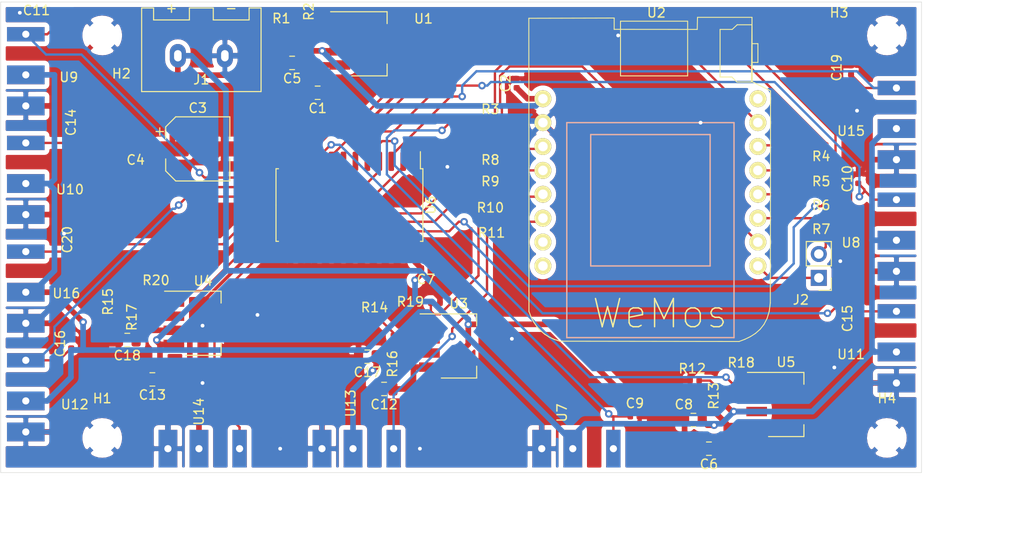
<source format=kicad_pcb>
(kicad_pcb (version 20171130) (host pcbnew "(5.1.5)-3")
  (layers (0 F.Cu signal) (31 B.Cu signal) (34 B.Paste user) (35 F.Paste user) (36 B.SilkS user) (37 F.SilkS user) (38 B.Mask user) (39 F.Mask user) (44 Edge.Cuts user))
  (net 0 "")
  (net 1 GND)
  (net 2 +BATT)
  (net 3 +5V)
  (net 4 +VSW)
  (net 5 /SENS1_OUT)
  (net 6 /SENS2_OUT)
  (net 7 /SENS3_OUT)
  (net 8 /SENS4_OUT)
  (net 9 /SENS5_OUT)
  (net 10 /SENS6_OUT)
  (net 11 "Net-(C17-Pad1)")
  (net 12 "Net-(C18-Pad1)")
  (net 13 /SENS7_OUT)
  (net 14 /SENS8_OUT)
  (net 15 "Net-(R1-Pad2)")
  (net 16 "Net-(R3-Pad2)")
  (net 17 /SensEN)
  (net 18 "Net-(R4-Pad2)")
  (net 19 /Valve1_EN)
  (net 20 /Valve2_EN)
  (net 21 "Net-(R5-Pad2)")
  (net 22 /Valve1_Sig)
  (net 23 "Net-(R6-Pad2)")
  (net 24 /Valve2_Sig)
  (net 25 "Net-(R7-Pad2)")
  (net 26 "Net-(R8-Pad1)")
  (net 27 /S0)
  (net 28 /S1)
  (net 29 "Net-(R9-Pad1)")
  (net 30 "Net-(R10-Pad1)")
  (net 31 /S2)
  (net 32 "Net-(R11-Pad1)")
  (net 33 "Net-(R12-Pad2)")
  (net 34 "Net-(R14-Pad2)")
  (net 35 "Net-(R15-Pad2)")
  (net 36 "Net-(U2-Pad8)")
  (net 37 "Net-(U2-Pad7)")
  (net 38 "Net-(U2-Pad16)")
  (net 39 "Net-(U2-Pad10)")
  (net 40 "Net-(U6-Pad16)")
  (net 41 "Net-(U6-Pad17)")
  (net 42 "Net-(U6-Pad18)")
  (net 43 "Net-(U6-Pad19)")
  (net 44 "Net-(U6-Pad20)")
  (net 45 "Net-(U6-Pad21)")
  (net 46 "Net-(U6-Pad22)")
  (net 47 "Net-(U6-Pad23)")
  (net 48 "Net-(J2-Pad1)")
  (net 49 "Net-(J2-Pad2)")
  (module Capacitor_SMD:C_0805_2012Metric (layer F.Cu) (at 129.667 123.317 180)
    (fp_text reference C12 (at 0 -1.65) (layer F.SilkS))
    (fp_text value 4.7u)
    (pad 2 smd roundrect (at 0.9375 0 180) (size 0.975 1.4) (layers F.Cu F.Paste F.Mask) (net 1 GND))
    (pad 1 smd roundrect (at -0.9375 0 180) (size 0.975 1.4) (layers F.Cu F.Paste F.Mask) (net 2 +BATT))
  )
  (module wemos_d1_mini:D1_mini_board (layer F.Cu) (at 159.004 100.076 180)
    (fp_text reference U2 (at 0.381 16.764) (layer F.SilkS))
    (fp_text value WeMos_mini)
    (fp_text user WeMos (at 0 -15.24) (layer F.SilkS) (effects (font (size 3 3))))
    (pad 9 thru_hole circle (at -10.414 -10.16 180) (size 1.8 1.8) (drill 1.016) (layers *.Cu *.Mask F.SilkS) (net 48 "Net-(J2-Pad1)"))
    (pad 10 thru_hole circle (at -10.414 -7.62 180) (size 1.8 1.8) (drill 1.016) (layers *.Cu *.Mask F.SilkS) (net 39 "Net-(U2-Pad10)"))
    (pad 11 thru_hole circle (at -10.414 -5.08 180) (size 1.8 1.8) (drill 1.016) (layers *.Cu *.Mask F.SilkS) (net 25 "Net-(R7-Pad2)"))
    (pad 12 thru_hole circle (at -10.414 -2.54 180) (size 1.8 1.8) (drill 1.016) (layers *.Cu *.Mask F.SilkS) (net 23 "Net-(R6-Pad2)"))
    (pad 13 thru_hole circle (at -10.414 0 180) (size 1.8 1.8) (drill 1.016) (layers *.Cu *.Mask F.SilkS) (net 21 "Net-(R5-Pad2)"))
    (pad 14 thru_hole circle (at -10.414 2.54 180) (size 1.8 1.8) (drill 1.016) (layers *.Cu *.Mask F.SilkS) (net 18 "Net-(R4-Pad2)"))
    (pad 15 thru_hole circle (at -10.414 5.08 180) (size 1.8 1.8) (drill 1.016) (layers *.Cu *.Mask F.SilkS) (net 16 "Net-(R3-Pad2)"))
    (pad 16 thru_hole circle (at -10.414 7.62 180) (size 1.8 1.8) (drill 1.016) (layers *.Cu *.Mask F.SilkS) (net 38 "Net-(U2-Pad16)"))
    (pad 1 thru_hole circle (at 12.446 7.62 180) (size 1.8 1.8) (drill 1.016) (layers *.Cu *.Mask F.SilkS) (net 3 +5V))
    (pad 2 thru_hole circle (at 12.446 5.08 180) (size 1.8 1.8) (drill 1.016) (layers *.Cu *.Mask F.SilkS) (net 1 GND))
    (pad 3 thru_hole circle (at 12.446 2.54 180) (size 1.8 1.8) (drill 1.016) (layers *.Cu *.Mask F.SilkS) (net 26 "Net-(R8-Pad1)"))
    (pad 4 thru_hole circle (at 12.446 0 180) (size 1.8 1.8) (drill 1.016) (layers *.Cu *.Mask F.SilkS) (net 29 "Net-(R9-Pad1)"))
    (pad 5 thru_hole circle (at 12.446 -2.54 180) (size 1.8 1.8) (drill 1.016) (layers *.Cu *.Mask F.SilkS) (net 30 "Net-(R10-Pad1)"))
    (pad 6 thru_hole circle (at 12.446 -5.08 180) (size 1.8 1.8) (drill 1.016) (layers *.Cu *.Mask F.SilkS) (net 32 "Net-(R11-Pad1)"))
    (pad 7 thru_hole circle (at 12.446 -7.62 180) (size 1.8 1.8) (drill 1.016) (layers *.Cu *.Mask F.SilkS) (net 37 "Net-(U2-Pad7)"))
    (pad 8 thru_hole circle (at 12.446 -10.16 180) (size 1.8 1.8) (drill 1.016) (layers *.Cu *.Mask F.SilkS) (net 36 "Net-(U2-Pad8)"))
  )
  (module Package_SO:SOIC-24W_7.5x15.4mm_P1.27mm (layer F.Cu) (at 125.984 103.759 270)
    (fp_text reference U6 (at 0 -8.65 90) (layer F.SilkS))
    (fp_text value CD74HC4067M)
    (pad 24 smd roundrect (at 4.65 -6.985 270) (size 2.05 0.6) (layers F.Cu F.Paste F.Mask) (net 4 +VSW))
    (pad 23 smd roundrect (at 4.65 -5.715 270) (size 2.05 0.6) (layers F.Cu F.Paste F.Mask) (net 47 "Net-(U6-Pad23)"))
    (pad 22 smd roundrect (at 4.65 -4.445 270) (size 2.05 0.6) (layers F.Cu F.Paste F.Mask) (net 46 "Net-(U6-Pad22)"))
    (pad 21 smd roundrect (at 4.65 -3.175 270) (size 2.05 0.6) (layers F.Cu F.Paste F.Mask) (net 45 "Net-(U6-Pad21)"))
    (pad 20 smd roundrect (at 4.65 -1.905 270) (size 2.05 0.6) (layers F.Cu F.Paste F.Mask) (net 44 "Net-(U6-Pad20)"))
    (pad 19 smd roundrect (at 4.65 -0.635 270) (size 2.05 0.6) (layers F.Cu F.Paste F.Mask) (net 43 "Net-(U6-Pad19)"))
    (pad 18 smd roundrect (at 4.65 0.635 270) (size 2.05 0.6) (layers F.Cu F.Paste F.Mask) (net 42 "Net-(U6-Pad18)"))
    (pad 17 smd roundrect (at 4.65 1.905 270) (size 2.05 0.6) (layers F.Cu F.Paste F.Mask) (net 41 "Net-(U6-Pad17)"))
    (pad 16 smd roundrect (at 4.65 3.175 270) (size 2.05 0.6) (layers F.Cu F.Paste F.Mask) (net 40 "Net-(U6-Pad16)"))
    (pad 15 smd roundrect (at 4.65 4.445 270) (size 2.05 0.6) (layers F.Cu F.Paste F.Mask) (net 1 GND))
    (pad 14 smd roundrect (at 4.65 5.715 270) (size 2.05 0.6) (layers F.Cu F.Paste F.Mask) (net 31 /S2))
    (pad 13 smd roundrect (at 4.65 6.985 270) (size 2.05 0.6) (layers F.Cu F.Paste F.Mask) (net 1 GND))
    (pad 12 smd roundrect (at -4.65 6.985 270) (size 2.05 0.6) (layers F.Cu F.Paste F.Mask) (net 1 GND))
    (pad 11 smd roundrect (at -4.65 5.715 270) (size 2.05 0.6) (layers F.Cu F.Paste F.Mask) (net 28 /S1))
    (pad 10 smd roundrect (at -4.65 4.445 270) (size 2.05 0.6) (layers F.Cu F.Paste F.Mask) (net 27 /S0))
    (pad 9 smd roundrect (at -4.65 3.175 270) (size 2.05 0.6) (layers F.Cu F.Paste F.Mask) (net 5 /SENS1_OUT))
    (pad 8 smd roundrect (at -4.65 1.905 270) (size 2.05 0.6) (layers F.Cu F.Paste F.Mask) (net 6 /SENS2_OUT))
    (pad 7 smd roundrect (at -4.65 0.635 270) (size 2.05 0.6) (layers F.Cu F.Paste F.Mask) (net 7 /SENS3_OUT))
    (pad 6 smd roundrect (at -4.65 -0.635 270) (size 2.05 0.6) (layers F.Cu F.Paste F.Mask) (net 8 /SENS4_OUT))
    (pad 5 smd roundrect (at -4.65 -1.905 270) (size 2.05 0.6) (layers F.Cu F.Paste F.Mask) (net 9 /SENS5_OUT))
    (pad 4 smd roundrect (at -4.65 -3.175 270) (size 2.05 0.6) (layers F.Cu F.Paste F.Mask) (net 10 /SENS6_OUT))
    (pad 3 smd roundrect (at -4.65 -4.445 270) (size 2.05 0.6) (layers F.Cu F.Paste F.Mask) (net 13 /SENS7_OUT))
    (pad 2 smd roundrect (at -4.65 -5.715 270) (size 2.05 0.6) (layers F.Cu F.Paste F.Mask) (net 14 /SENS8_OUT))
    (pad 1 smd roundrect (at -4.65 -6.985 270) (size 2.05 0.6) (layers F.Cu F.Paste F.Mask) (net 39 "Net-(U2-Pad10)"))
  )
  (module Capacitor_SMD:C_0805_2012Metric (layer F.Cu) (at 122.603 91.821 180)
    (fp_text reference C1 (at 0 -1.65) (layer F.SilkS))
    (fp_text value 4.7u)
    (pad 2 smd roundrect (at 0.9375 0 180) (size 0.975 1.4) (layers F.Cu F.Paste F.Mask) (net 1 GND))
    (pad 1 smd roundrect (at -0.9375 0 180) (size 0.975 1.4) (layers F.Cu F.Paste F.Mask) (net 2 +BATT))
  )
  (module Capacitor_SMD:C_0402_1005Metric (layer F.Cu) (at 143.764 90.805 90)
    (fp_text reference C2 (at 0 -1.17 90) (layer F.SilkS))
    (fp_text value 100n)
    (pad 2 smd roundrect (at 0.485 0 90) (size 0.59 0.64) (layers F.Cu F.Paste F.Mask) (net 1 GND))
    (pad 1 smd roundrect (at -0.485 0 90) (size 0.59 0.64) (layers F.Cu F.Paste F.Mask) (net 3 +5V))
  )
  (module Capacitor_SMD:CP_Elec_6.3x5.8 (layer F.Cu) (at 109.855 97.79)
    (fp_text reference C3 (at 0 -4.35) (layer F.SilkS))
    (fp_text value 100u)
    (pad 2 smd roundrect (at 2.7 0) (size 3.5 1.6) (layers F.Cu F.Paste F.Mask) (roundrect_rratio 0.15625) (net 1 GND))
    (pad 1 smd roundrect (at -2.7 0) (size 3.5 1.6) (layers F.Cu F.Paste F.Mask) (roundrect_rratio 0.15625) (net 2 +BATT))
  )
  (module Capacitor_SMD:C_0402_1005Metric (layer F.Cu) (at 103.251 97.79 180)
    (fp_text reference C4 (at 0 -1.17) (layer F.SilkS))
    (fp_text value 100n)
    (pad 2 smd roundrect (at 0.485 0 180) (size 0.59 0.64) (layers F.Cu F.Paste F.Mask) (net 1 GND))
    (pad 1 smd roundrect (at -0.485 0 180) (size 0.59 0.64) (layers F.Cu F.Paste F.Mask) (net 2 +BATT))
  )
  (module Capacitor_SMD:C_0805_2012Metric (layer F.Cu) (at 119.888 88.646 180)
    (fp_text reference C5 (at 0 -1.65) (layer F.SilkS))
    (fp_text value 4.7u)
    (pad 2 smd roundrect (at 0.9375 0 180) (size 0.975 1.4) (layers F.Cu F.Paste F.Mask) (net 1 GND))
    (pad 1 smd roundrect (at -0.9375 0 180) (size 0.975 1.4) (layers F.Cu F.Paste F.Mask) (net 3 +5V))
  )
  (module Capacitor_SMD:C_0805_2012Metric (layer F.Cu) (at 164.211 129.667 180)
    (fp_text reference C6 (at 0 -1.65) (layer F.SilkS))
    (fp_text value 4.7u)
    (pad 2 smd roundrect (at 0.9375 0 180) (size 0.975 1.4) (layers F.Cu F.Paste F.Mask) (net 1 GND))
    (pad 1 smd roundrect (at -0.9375 0 180) (size 0.975 1.4) (layers F.Cu F.Paste F.Mask) (net 2 +BATT))
  )
  (module Capacitor_SMD:C_0402_1005Metric (layer F.Cu) (at 134.112 110.49 180)
    (fp_text reference C7 (at 0 -1.17) (layer F.SilkS))
    (fp_text value 100n)
    (pad 2 smd roundrect (at 0.485 0 180) (size 0.59 0.64) (layers F.Cu F.Paste F.Mask) (net 4 +VSW))
    (pad 1 smd roundrect (at -0.485 0 180) (size 0.59 0.64) (layers F.Cu F.Paste F.Mask) (net 1 GND))
  )
  (module Capacitor_SMD:C_0805_2012Metric (layer F.Cu) (at 162.56 126.619 180)
    (fp_text reference C8 (at 1.016 1.651) (layer F.SilkS))
    (fp_text value 4.7u)
    (pad 2 smd roundrect (at 0.9375 0 180) (size 0.975 1.4) (layers F.Cu F.Paste F.Mask) (net 1 GND))
    (pad 1 smd roundrect (at -0.9375 0 180) (size 0.975 1.4) (layers F.Cu F.Paste F.Mask) (net 4 +VSW))
  )
  (module Capacitor_SMD:C_0402_1005Metric (layer F.Cu) (at 156.337 126.238)
    (fp_text reference C9 (at 0 -1.397) (layer F.SilkS))
    (fp_text value 100n)
    (pad 2 smd roundrect (at 0.485 0) (size 0.59 0.64) (layers F.Cu F.Paste F.Mask) (net 1 GND))
    (pad 1 smd roundrect (at -0.485 0) (size 0.59 0.64) (layers F.Cu F.Paste F.Mask) (net 5 /SENS1_OUT))
  )
  (module Capacitor_SMD:C_0402_1005Metric (layer F.Cu) (at 180.086 100.965 90)
    (fp_text reference C10 (at 0 -1.17 90) (layer F.SilkS))
    (fp_text value 100n)
    (pad 2 smd roundrect (at 0.485 0 90) (size 0.59 0.64) (layers F.Cu F.Paste F.Mask) (net 1 GND))
    (pad 1 smd roundrect (at -0.485 0 90) (size 0.59 0.64) (layers F.Cu F.Paste F.Mask) (net 6 /SENS2_OUT))
  )
  (module Capacitor_SMD:C_0402_1005Metric (layer F.Cu) (at 95.377 83.439)
    (fp_text reference C11 (at -2.667 -0.381) (layer F.SilkS))
    (fp_text value 100n)
    (pad 2 smd roundrect (at 0.485 0) (size 0.59 0.64) (layers F.Cu F.Paste F.Mask) (net 1 GND))
    (pad 1 smd roundrect (at -0.485 0) (size 0.59 0.64) (layers F.Cu F.Paste F.Mask) (net 7 /SENS3_OUT))
  )
  (module Capacitor_SMD:C_0805_2012Metric (layer F.Cu) (at 105.029 122.301 180)
    (fp_text reference C13 (at 0 -1.65) (layer F.SilkS))
    (fp_text value 4.7u)
    (pad 2 smd roundrect (at 0.9375 0 180) (size 0.975 1.4) (layers F.Cu F.Paste F.Mask) (net 1 GND))
    (pad 1 smd roundrect (at -0.9375 0 180) (size 0.975 1.4) (layers F.Cu F.Paste F.Mask) (net 2 +BATT))
  )
  (module Capacitor_SMD:C_0402_1005Metric (layer F.Cu) (at 97.536 94.973 90)
    (fp_text reference C14 (at 0 -1.17 90) (layer F.SilkS))
    (fp_text value 100n)
    (pad 2 smd roundrect (at 0.485 0 90) (size 0.59 0.64) (layers F.Cu F.Paste F.Mask) (net 1 GND))
    (pad 1 smd roundrect (at -0.485 0 90) (size 0.59 0.64) (layers F.Cu F.Paste F.Mask) (net 8 /SENS4_OUT))
  )
  (module Capacitor_SMD:C_0402_1005Metric (layer F.Cu) (at 178.943 112.903 90)
    (fp_text reference C15 (at -2.921 0 90) (layer F.SilkS))
    (fp_text value 100n)
    (pad 2 smd roundrect (at 0.485 0 90) (size 0.59 0.64) (layers F.Cu F.Paste F.Mask) (net 1 GND))
    (pad 1 smd roundrect (at -0.485 0 90) (size 0.59 0.64) (layers F.Cu F.Paste F.Mask) (net 9 /SENS5_OUT))
  )
  (module Capacitor_SMD:C_0402_1005Metric (layer F.Cu) (at 96.393 118.491 90)
    (fp_text reference C16 (at 0 -1.17 90) (layer F.SilkS))
    (fp_text value 100n)
    (pad 2 smd roundrect (at 0.485 0 90) (size 0.59 0.64) (layers F.Cu F.Paste F.Mask) (net 1 GND))
    (pad 1 smd roundrect (at -0.485 0 90) (size 0.59 0.64) (layers F.Cu F.Paste F.Mask) (net 10 /SENS6_OUT))
  )
  (module Capacitor_SMD:C_0805_2012Metric (layer F.Cu) (at 127.889 119.888 180)
    (fp_text reference C17 (at 0 -1.65) (layer F.SilkS))
    (fp_text value 4.7u)
    (pad 2 smd roundrect (at 0.9375 0 180) (size 0.975 1.4) (layers F.Cu F.Paste F.Mask) (net 1 GND))
    (pad 1 smd roundrect (at -0.9375 0 180) (size 0.975 1.4) (layers F.Cu F.Paste F.Mask) (net 11 "Net-(C17-Pad1)"))
  )
  (module Capacitor_SMD:C_0805_2012Metric (layer F.Cu) (at 102.362 118.11 180)
    (fp_text reference C18 (at 0 -1.65) (layer F.SilkS))
    (fp_text value 4.7u)
    (pad 2 smd roundrect (at 0.9375 0 180) (size 0.975 1.4) (layers F.Cu F.Paste F.Mask) (net 1 GND))
    (pad 1 smd roundrect (at -0.9375 0 180) (size 0.975 1.4) (layers F.Cu F.Paste F.Mask) (net 12 "Net-(C18-Pad1)"))
  )
  (module Capacitor_SMD:C_0402_1005Metric (layer F.Cu) (at 179.324 89.408 90)
    (fp_text reference C19 (at 0.254 -1.524 90) (layer F.SilkS))
    (fp_text value 100n)
    (pad 2 smd roundrect (at 0.485 0 90) (size 0.59 0.64) (layers F.Cu F.Paste F.Mask) (net 1 GND))
    (pad 1 smd roundrect (at -0.485 0 90) (size 0.59 0.64) (layers F.Cu F.Paste F.Mask) (net 13 /SENS7_OUT))
  )
  (module Capacitor_SMD:C_0402_1005Metric (layer F.Cu) (at 97.155 107.442 90)
    (fp_text reference C20 (at 0 -1.17 90) (layer F.SilkS))
    (fp_text value 100n)
    (pad 2 smd roundrect (at 0.485 0 90) (size 0.59 0.64) (layers F.Cu F.Paste F.Mask) (net 1 GND))
    (pad 1 smd roundrect (at -0.485 0 90) (size 0.59 0.64) (layers F.Cu F.Paste F.Mask) (net 14 /SENS8_OUT))
  )
  (module local_footprint:MC24356_ft (layer F.Cu) (at 110.236 87.884)
    (fp_text reference J1 (at 0 2.54) (layer F.SilkS))
    (fp_text value MC24356)
    (pad 2 thru_hole oval (at 2.5 0) (size 1.7 2.5) (drill oval 0.8 1.2) (layers *.Cu *.Mask) (net 1 GND))
    (pad 1 thru_hole oval (at -2.5 0) (size 1.7 2.5) (drill oval 0.8 1.2) (layers *.Cu *.Mask) (net 2 +BATT))
  )
  (module Resistor_SMD:R_0402_1005Metric (layer F.Cu) (at 118.745 85.09)
    (fp_text reference R1 (at 0 -1.17) (layer F.SilkS))
    (fp_text value 10K)
    (pad 2 smd roundrect (at 0.485 0) (size 0.59 0.64) (layers F.Cu F.Paste F.Mask) (net 15 "Net-(R1-Pad2)"))
    (pad 1 smd roundrect (at -0.485 0) (size 0.59 0.64) (layers F.Cu F.Paste F.Mask) (net 1 GND))
  )
  (module Resistor_SMD:R_0402_1005Metric (layer F.Cu) (at 121.412 85.344 90)
    (fp_text reference R2 (at 2.159 0.254 90) (layer F.SilkS))
    (fp_text value 30K)
    (pad 2 smd roundrect (at 0.485 0 90) (size 0.59 0.64) (layers F.Cu F.Paste F.Mask) (net 15 "Net-(R1-Pad2)"))
    (pad 1 smd roundrect (at -0.485 0 90) (size 0.59 0.64) (layers F.Cu F.Paste F.Mask) (net 3 +5V))
  )
  (module Resistor_SMD:R_0402_1005Metric (layer F.Cu) (at 140.97 94.742)
    (fp_text reference R3 (at 0 -1.17) (layer F.SilkS))
    (fp_text value 100R)
    (pad 2 smd roundrect (at 0.485 0) (size 0.59 0.64) (layers F.Cu F.Paste F.Mask) (net 16 "Net-(R3-Pad2)"))
    (pad 1 smd roundrect (at -0.485 0) (size 0.59 0.64) (layers F.Cu F.Paste F.Mask) (net 17 /SensEN))
  )
  (module Resistor_SMD:R_0402_1005Metric (layer F.Cu) (at 176.149 97.409 180)
    (fp_text reference R4 (at 0 -1.17) (layer F.SilkS))
    (fp_text value 100R)
    (pad 2 smd roundrect (at 0.485 0 180) (size 0.59 0.64) (layers F.Cu F.Paste F.Mask) (net 18 "Net-(R4-Pad2)"))
    (pad 1 smd roundrect (at -0.485 0 180) (size 0.59 0.64) (layers F.Cu F.Paste F.Mask) (net 27 /S0))
  )
  (module Resistor_SMD:R_0402_1005Metric (layer F.Cu) (at 176.149 100.076 180)
    (fp_text reference R5 (at 0 -1.17) (layer F.SilkS))
    (fp_text value 100R)
    (pad 2 smd roundrect (at 0.485 0 180) (size 0.59 0.64) (layers F.Cu F.Paste F.Mask) (net 21 "Net-(R5-Pad2)"))
    (pad 1 smd roundrect (at -0.485 0 180) (size 0.59 0.64) (layers F.Cu F.Paste F.Mask) (net 28 /S1))
  )
  (module Resistor_SMD:R_0402_1005Metric (layer F.Cu) (at 176.149 102.616 180)
    (fp_text reference R6 (at 0 -1.17) (layer F.SilkS))
    (fp_text value 100R)
    (pad 2 smd roundrect (at 0.485 0 180) (size 0.59 0.64) (layers F.Cu F.Paste F.Mask) (net 23 "Net-(R6-Pad2)"))
    (pad 1 smd roundrect (at -0.485 0 180) (size 0.59 0.64) (layers F.Cu F.Paste F.Mask) (net 31 /S2))
  )
  (module Resistor_SMD:R_0402_1005Metric (layer F.Cu) (at 176.149 105.156 180)
    (fp_text reference R7 (at 0 -1.17) (layer F.SilkS))
    (fp_text value 100R)
    (pad 2 smd roundrect (at 0.485 0 180) (size 0.59 0.64) (layers F.Cu F.Paste F.Mask) (net 25 "Net-(R7-Pad2)"))
    (pad 1 smd roundrect (at -0.485 0 180) (size 0.59 0.64) (layers F.Cu F.Paste F.Mask) (net 49 "Net-(J2-Pad2)"))
  )
  (module Resistor_SMD:R_0402_1005Metric (layer F.Cu) (at 140.97 97.79 180)
    (fp_text reference R8 (at 0 -1.17) (layer F.SilkS))
    (fp_text value 100R)
    (pad 2 smd roundrect (at 0.485 0 180) (size 0.59 0.64) (layers F.Cu F.Paste F.Mask) (net 20 /Valve2_EN))
    (pad 1 smd roundrect (at -0.485 0 180) (size 0.59 0.64) (layers F.Cu F.Paste F.Mask) (net 26 "Net-(R8-Pad1)"))
  )
  (module Resistor_SMD:R_0402_1005Metric (layer F.Cu) (at 140.97 100.076 180)
    (fp_text reference R9 (at 0 -1.17) (layer F.SilkS))
    (fp_text value 100R)
    (pad 2 smd roundrect (at 0.485 0 180) (size 0.59 0.64) (layers F.Cu F.Paste F.Mask) (net 24 /Valve2_Sig))
    (pad 1 smd roundrect (at -0.485 0 180) (size 0.59 0.64) (layers F.Cu F.Paste F.Mask) (net 29 "Net-(R9-Pad1)"))
  )
  (module Resistor_SMD:R_0402_1005Metric (layer F.Cu) (at 140.97 102.87 180)
    (fp_text reference R10 (at 0 -1.17) (layer F.SilkS))
    (fp_text value 100R)
    (pad 2 smd roundrect (at 0.485 0 180) (size 0.59 0.64) (layers F.Cu F.Paste F.Mask) (net 19 /Valve1_EN))
    (pad 1 smd roundrect (at -0.485 0 180) (size 0.59 0.64) (layers F.Cu F.Paste F.Mask) (net 30 "Net-(R10-Pad1)"))
  )
  (module Resistor_SMD:R_0402_1005Metric (layer F.Cu) (at 141.097 105.537 180)
    (fp_text reference R11 (at 0 -1.17) (layer F.SilkS))
    (fp_text value 100R)
    (pad 2 smd roundrect (at 0.485 0 180) (size 0.59 0.64) (layers F.Cu F.Paste F.Mask) (net 22 /Valve1_Sig))
    (pad 1 smd roundrect (at -0.485 0 180) (size 0.59 0.64) (layers F.Cu F.Paste F.Mask) (net 32 "Net-(R11-Pad1)"))
  )
  (module Resistor_SMD:R_0402_1005Metric (layer F.Cu) (at 162.687 122.428)
    (fp_text reference R12 (at -0.254 -1.27) (layer F.SilkS))
    (fp_text value 10K)
    (pad 2 smd roundrect (at 0.485 0) (size 0.59 0.64) (layers F.Cu F.Paste F.Mask) (net 33 "Net-(R12-Pad2)"))
    (pad 1 smd roundrect (at -0.485 0) (size 0.59 0.64) (layers F.Cu F.Paste F.Mask) (net 1 GND))
  )
  (module Resistor_SMD:R_0402_1005Metric (layer F.Cu) (at 165.989 124.564 90)
    (fp_text reference R13 (at 0.508 -1.27 90) (layer F.SilkS))
    (fp_text value 30K)
    (pad 2 smd roundrect (at 0.485 0 90) (size 0.59 0.64) (layers F.Cu F.Paste F.Mask) (net 33 "Net-(R12-Pad2)"))
    (pad 1 smd roundrect (at -0.485 0 90) (size 0.59 0.64) (layers F.Cu F.Paste F.Mask) (net 4 +VSW))
  )
  (module Resistor_SMD:R_0402_1005Metric (layer F.Cu) (at 128.651 115.824)
    (fp_text reference R14 (at 0 -1.17) (layer F.SilkS))
    (fp_text value 10K)
    (pad 2 smd roundrect (at 0.485 0) (size 0.59 0.64) (layers F.Cu F.Paste F.Mask) (net 34 "Net-(R14-Pad2)"))
    (pad 1 smd roundrect (at -0.485 0) (size 0.59 0.64) (layers F.Cu F.Paste F.Mask) (net 1 GND))
  )
  (module Resistor_SMD:R_0402_1005Metric (layer F.Cu) (at 101.473 114.046 90)
    (fp_text reference R15 (at 0 -1.17 90) (layer F.SilkS))
    (fp_text value 10K)
    (pad 2 smd roundrect (at 0.485 0 90) (size 0.59 0.64) (layers F.Cu F.Paste F.Mask) (net 35 "Net-(R15-Pad2)"))
    (pad 1 smd roundrect (at -0.485 0 90) (size 0.59 0.64) (layers F.Cu F.Paste F.Mask) (net 1 GND))
  )
  (module Resistor_SMD:R_0402_1005Metric (layer F.Cu) (at 130.683 118.11 90)
    (fp_text reference R16 (at -2.54 -0.127 90) (layer F.SilkS))
    (fp_text value 30K)
    (pad 2 smd roundrect (at 0.485 0 90) (size 0.59 0.64) (layers F.Cu F.Paste F.Mask) (net 34 "Net-(R14-Pad2)"))
    (pad 1 smd roundrect (at -0.485 0 90) (size 0.59 0.64) (layers F.Cu F.Paste F.Mask) (net 11 "Net-(C17-Pad1)"))
  )
  (module Resistor_SMD:R_0402_1005Metric (layer F.Cu) (at 104.013 115.697 90)
    (fp_text reference R17 (at 0 -1.17 90) (layer F.SilkS))
    (fp_text value 30K)
    (pad 2 smd roundrect (at 0.485 0 90) (size 0.59 0.64) (layers F.Cu F.Paste F.Mask) (net 35 "Net-(R15-Pad2)"))
    (pad 1 smd roundrect (at -0.485 0 90) (size 0.59 0.64) (layers F.Cu F.Paste F.Mask) (net 12 "Net-(C18-Pad1)"))
  )
  (module local_footprint:Sens_Solder (layer F.Cu) (at 149.733 129.667 270)
    (fp_text reference U7 (at -3.81 1.143 90) (layer F.SilkS))
    (fp_text value Sens)
    (pad 3 thru_hole rect (at 0 3.302 270) (size 4 2) (drill 0.762) (layers *.Cu *.Mask) (net 1 GND))
    (pad 2 thru_hole rect (at 0 0 270) (size 4 2) (drill 0.762) (layers *.Cu *.Mask) (net 4 +VSW))
    (pad 1 thru_hole rect (at 0 -4.318 270) (size 4 1.524) (drill 0.762) (layers *.Cu *.Mask) (net 5 /SENS1_OUT))
  )
  (module local_footprint:Sens_Solder (layer F.Cu) (at 184.15 107.506)
    (fp_text reference U8 (at -4.826 0.254) (layer F.SilkS))
    (fp_text value Sens)
    (pad 3 thru_hole rect (at 0 3.302) (size 4 2) (drill 0.762) (layers *.Cu *.Mask) (net 1 GND))
    (pad 2 thru_hole rect (at 0 0) (size 4 2) (drill 0.762) (layers *.Cu *.Mask) (net 4 +VSW))
    (pad 1 thru_hole rect (at 0 -4.318) (size 4 1.524) (drill 0.762) (layers *.Cu *.Mask) (net 6 /SENS2_OUT))
  )
  (module local_footprint:Sens_Solder (layer F.Cu) (at 91.567 89.916)
    (fp_text reference U9 (at 4.572 0.254) (layer F.SilkS))
    (fp_text value Sens)
    (pad 3 thru_hole rect (at 0 3.302) (size 4 2) (drill 0.762) (layers *.Cu *.Mask) (net 1 GND))
    (pad 2 thru_hole rect (at 0 0) (size 4 2) (drill 0.762) (layers *.Cu *.Mask) (net 4 +VSW))
    (pad 1 thru_hole rect (at 0 -4.318) (size 4 1.524) (drill 0.762) (layers *.Cu *.Mask) (net 7 /SENS3_OUT))
  )
  (module local_footprint:Sens_Solder (layer F.Cu) (at 91.567 101.473)
    (fp_text reference U10 (at 4.699 0.635) (layer F.SilkS))
    (fp_text value Sens)
    (pad 3 thru_hole rect (at 0 3.302) (size 4 2) (drill 0.762) (layers *.Cu *.Mask) (net 1 GND))
    (pad 2 thru_hole rect (at 0 0) (size 4 2) (drill 0.762) (layers *.Cu *.Mask) (net 4 +VSW))
    (pad 1 thru_hole rect (at 0 -4.318) (size 4 1.524) (drill 0.762) (layers *.Cu *.Mask) (net 8 /SENS4_OUT))
  )
  (module local_footprint:Sens_Solder (layer F.Cu) (at 184.15 119.38)
    (fp_text reference U11 (at -4.826 0.254) (layer F.SilkS))
    (fp_text value Sens)
    (pad 3 thru_hole rect (at 0 3.302) (size 4 2) (drill 0.762) (layers *.Cu *.Mask) (net 1 GND))
    (pad 2 thru_hole rect (at 0 0) (size 4 2) (drill 0.762) (layers *.Cu *.Mask) (net 4 +VSW))
    (pad 1 thru_hole rect (at 0 -4.318) (size 4 1.524) (drill 0.762) (layers *.Cu *.Mask) (net 9 /SENS5_OUT))
  )
  (module local_footprint:Sens_Solder (layer F.Cu) (at 91.567 124.587)
    (fp_text reference U12 (at 5.207 0.381) (layer F.SilkS))
    (fp_text value Sens)
    (pad 3 thru_hole rect (at 0 3.302) (size 4 2) (drill 0.762) (layers *.Cu *.Mask) (net 1 GND))
    (pad 2 thru_hole rect (at 0 0) (size 4 2) (drill 0.762) (layers *.Cu *.Mask) (net 4 +VSW))
    (pad 1 thru_hole rect (at 0 -4.318) (size 4 1.524) (drill 0.762) (layers *.Cu *.Mask) (net 10 /SENS6_OUT))
  )
  (module local_footprint:Sens_Solder (layer F.Cu) (at 126.365 129.667 270)
    (fp_text reference U13 (at -4.826 0.254 90) (layer F.SilkS))
    (fp_text value Valve)
    (pad 3 thru_hole rect (at 0 3.302 270) (size 4 2) (drill 0.762) (layers *.Cu *.Mask) (net 1 GND))
    (pad 2 thru_hole rect (at 0 0 270) (size 4 2) (drill 0.762) (layers *.Cu *.Mask) (net 11 "Net-(C17-Pad1)"))
    (pad 1 thru_hole rect (at 0 -4.318 270) (size 4 1.524) (drill 0.762) (layers *.Cu *.Mask) (net 22 /Valve1_Sig))
  )
  (module local_footprint:Sens_Solder (layer F.Cu) (at 109.982 129.667 270)
    (fp_text reference U14 (at -3.937 0 90) (layer F.SilkS))
    (fp_text value Valve)
    (pad 3 thru_hole rect (at 0 3.302 270) (size 4 2) (drill 0.762) (layers *.Cu *.Mask) (net 1 GND))
    (pad 2 thru_hole rect (at 0 0 270) (size 4 2) (drill 0.762) (layers *.Cu *.Mask) (net 12 "Net-(C18-Pad1)"))
    (pad 1 thru_hole rect (at 0 -4.318 270) (size 4 1.524) (drill 0.762) (layers *.Cu *.Mask) (net 24 /Valve2_Sig))
  )
  (module local_footprint:Sens_Solder (layer F.Cu) (at 184.15 95.631)
    (fp_text reference U15 (at -4.826 0.254) (layer F.SilkS))
    (fp_text value Sens)
    (pad 3 thru_hole rect (at 0 3.302) (size 4 2) (drill 0.762) (layers *.Cu *.Mask) (net 1 GND))
    (pad 2 thru_hole rect (at 0 0) (size 4 2) (drill 0.762) (layers *.Cu *.Mask) (net 4 +VSW))
    (pad 1 thru_hole rect (at 0 -4.318) (size 4 1.524) (drill 0.762) (layers *.Cu *.Mask) (net 13 /SENS7_OUT))
  )
  (module local_footprint:Sens_Solder (layer F.Cu) (at 91.567 113.03)
    (fp_text reference U16 (at 4.318 0.127) (layer F.SilkS))
    (fp_text value Sens)
    (pad 3 thru_hole rect (at 0 3.302) (size 4 2) (drill 0.762) (layers *.Cu *.Mask) (net 1 GND))
    (pad 2 thru_hole rect (at 0 0) (size 4 2) (drill 0.762) (layers *.Cu *.Mask) (net 4 +VSW))
    (pad 1 thru_hole rect (at 0 -4.318) (size 4 1.524) (drill 0.762) (layers *.Cu *.Mask) (net 14 /SENS8_OUT))
  )
  (module local_footprint:SOT-223-5 (layer F.Cu) (at 128.016 86.614)
    (fp_text reference U1 (at 5.842 -2.667) (layer F.SilkS))
    (fp_text value LP38692MP-ADJ)
    (pad 4 smd rect (at -3.05 2.25) (size 2.2 1) (layers F.Cu F.Paste F.Mask) (net 2 +BATT))
    (pad 2 smd rect (at -3.05 -0.75) (size 2.2 1) (layers F.Cu F.Paste F.Mask) (net 15 "Net-(R1-Pad2)"))
    (pad 5 smd rect (at 3.25 0) (size 1.8 3.4) (layers F.Cu F.Paste F.Mask) (net 1 GND))
    (pad 3 smd rect (at -3.05 0.75) (size 2.2 1) (layers F.Cu F.Paste F.Mask) (net 3 +5V))
    (pad 1 smd rect (at -3.05 -2.25) (size 2.2 1) (layers F.Cu F.Paste F.Mask) (net 2 +BATT))
  )
  (module local_footprint:SOT-223-5 (layer F.Cu) (at 137.541 118.745)
    (fp_text reference U3 (at 0.0625 -4.5) (layer F.SilkS))
    (fp_text value LP38692MP-ADJ)
    (pad 4 smd rect (at -3.05 2.25) (size 2.2 1) (layers F.Cu F.Paste F.Mask) (net 2 +BATT))
    (pad 2 smd rect (at -3.05 -0.75) (size 2.2 1) (layers F.Cu F.Paste F.Mask) (net 34 "Net-(R14-Pad2)"))
    (pad 5 smd rect (at 3.25 0) (size 1.8 3.4) (layers F.Cu F.Paste F.Mask) (net 1 GND))
    (pad 3 smd rect (at -3.05 0.75) (size 2.2 1) (layers F.Cu F.Paste F.Mask) (net 11 "Net-(C17-Pad1)"))
    (pad 1 smd rect (at -3.05 -2.25) (size 2.2 1) (layers F.Cu F.Paste F.Mask) (net 19 /Valve1_EN))
  )
  (module local_footprint:SOT-223-5 (layer F.Cu) (at 110.363 116.332)
    (fp_text reference U4 (at 0.0625 -4.5) (layer F.SilkS))
    (fp_text value LP38692MP-ADJ)
    (pad 4 smd rect (at -3.05 2.25) (size 2.2 1) (layers F.Cu F.Paste F.Mask) (net 2 +BATT))
    (pad 2 smd rect (at -3.05 -0.75) (size 2.2 1) (layers F.Cu F.Paste F.Mask) (net 35 "Net-(R15-Pad2)"))
    (pad 5 smd rect (at 3.25 0) (size 1.8 3.4) (layers F.Cu F.Paste F.Mask) (net 1 GND))
    (pad 3 smd rect (at -3.05 0.75) (size 2.2 1) (layers F.Cu F.Paste F.Mask) (net 12 "Net-(C18-Pad1)"))
    (pad 1 smd rect (at -3.05 -2.25) (size 2.2 1) (layers F.Cu F.Paste F.Mask) (net 20 /Valve2_EN))
  )
  (module local_footprint:SOT-223-5 (layer F.Cu) (at 172.339 124.968)
    (fp_text reference U5 (at 0.0625 -4.5) (layer F.SilkS))
    (fp_text value LP38692MP-ADJ)
    (pad 4 smd rect (at -3.05 2.25) (size 2.2 1) (layers F.Cu F.Paste F.Mask) (net 2 +BATT))
    (pad 2 smd rect (at -3.05 -0.75) (size 2.2 1) (layers F.Cu F.Paste F.Mask) (net 33 "Net-(R12-Pad2)"))
    (pad 5 smd rect (at 3.25 0) (size 1.8 3.4) (layers F.Cu F.Paste F.Mask) (net 1 GND))
    (pad 3 smd rect (at -3.05 0.75) (size 2.2 1) (layers F.Cu F.Paste F.Mask) (net 4 +VSW))
    (pad 1 smd rect (at -3.05 -2.25) (size 2.2 1) (layers F.Cu F.Paste F.Mask) (net 17 /SensEN))
  )
  (module MountingHole:MountingHole_3.2mm_M3 (layer F.Cu) (at 99.695 128.524)
    (fp_text reference H1 (at 0 -4.2) (layer F.SilkS))
    (fp_text value M3)
    (pad 1 np_thru_hole circle (at 0 0) (size 3.2 3.2) (drill 3.2) (layers *.Cu *.Mask) (net 1 GND))
  )
  (module MountingHole:MountingHole_3.2mm_M3 (layer F.Cu) (at 99.695 85.725)
    (fp_text reference H2 (at 2.032 4.064) (layer F.SilkS))
    (fp_text value M3)
    (pad 1 np_thru_hole circle (at 0 0) (size 3.2 3.2) (drill 3.2) (layers *.Cu *.Mask) (net 1 GND))
  )
  (module MountingHole:MountingHole_3.2mm_M3 (layer F.Cu) (at 183.134 85.725)
    (fp_text reference H3 (at -5.08 -2.413) (layer F.SilkS))
    (fp_text value M3)
    (pad 1 np_thru_hole circle (at 0 0) (size 3.2 3.2) (drill 3.2) (layers *.Cu *.Mask) (net 1 GND))
  )
  (module MountingHole:MountingHole_3.2mm_M3 (layer F.Cu) (at 183.134 128.524)
    (fp_text reference H4 (at 0 -4.2) (layer F.SilkS))
    (fp_text value M3)
    (pad 1 np_thru_hole circle (at 0 0) (size 3.2 3.2) (drill 3.2) (layers *.Cu *.Mask) (net 1 GND))
  )
  (module Resistor_SMD:R_0402_1005Metric (layer F.Cu) (at 170.434 120.65 180)
    (fp_text reference R18 (at 2.794 0.127) (layer F.SilkS))
    (fp_text value 10K)
    (pad 1 smd roundrect (at -0.485 0 180) (size 0.59 0.64) (layers F.Cu F.Paste F.Mask) (net 1 GND))
    (pad 2 smd roundrect (at 0.485 0 180) (size 0.59 0.64) (layers F.Cu F.Paste F.Mask) (net 17 /SensEN))
  )
  (module Resistor_SMD:R_0402_1005Metric (layer F.Cu) (at 135.128 114.173 180)
    (fp_text reference R19 (at 2.667 0.127) (layer F.SilkS))
    (fp_text value 10K)
    (pad 1 smd roundrect (at -0.485 0 180) (size 0.59 0.64) (layers F.Cu F.Paste F.Mask) (net 1 GND))
    (pad 2 smd roundrect (at 0.485 0 180) (size 0.59 0.64) (layers F.Cu F.Paste F.Mask) (net 19 /Valve1_EN))
  )
  (module Resistor_SMD:R_0402_1005Metric (layer F.Cu) (at 108.1 111.76 180)
    (fp_text reference R20 (at 2.69 0) (layer F.SilkS))
    (fp_text value 10K)
    (pad 2 smd roundrect (at 0.485 0 180) (size 0.59 0.64) (layers F.Cu F.Paste F.Mask) (net 20 /Valve2_EN))
    (pad 1 smd roundrect (at -0.485 0 180) (size 0.59 0.64) (layers F.Cu F.Paste F.Mask) (net 1 GND))
  )
  (module Connector_PinHeader_2.54mm:PinHeader_1x02_P2.54mm_Vertical (layer F.Cu) (at 175.895 111.506 180)
    (fp_text reference J2 (at 1.905 -2.33) (layer F.SilkS))
    (fp_text value Conn_01x02_Male)
    (pad 1 thru_hole rect (at 0 0 180) (size 1.7 1.7) (drill 1) (layers *.Cu *.Mask) (net 48 "Net-(J2-Pad1)"))
    (pad 2 thru_hole oval (at 0 2.54 180) (size 1.7 1.7) (drill 1) (layers *.Cu *.Mask) (net 49 "Net-(J2-Pad2)"))
  )
  (gr_text - (at 113.411 82.804) (layer F.SilkS) (effects (font (size 1 1))))
  (gr_text + (at 107.061 82.804) (layer F.SilkS) (effects (font (size 1 1))))
  (gr_line (start 186.817 82.169) (end 88.9 82.169) (layer Edge.Cuts) (width 0.05))
  (gr_line (start 186.817 132.207) (end 186.817 82.169) (layer Edge.Cuts) (width 0.05))
  (gr_line (start 88.9 132.207) (end 186.817 132.207) (layer Edge.Cuts) (width 0.05))
  (gr_line (start 88.9 82.169) (end 88.9 132.207) (layer Edge.Cuts) (width 0.05))
  (segment (start 95.862 93.218) (end 91.567 93.218) (width 0.6) (layer F.Cu) (net 1))
  (segment (start 97.536 94.488) (end 96.266 93.218) (width 0.6) (layer F.Cu) (net 1))
  (segment (start 96.266 93.218) (end 95.862 93.218) (width 0.6) (layer F.Cu) (net 1))
  (segment (start 95.862 93.218) (end 95.862 83.439) (width 0.6) (layer F.Cu) (net 1))
  (segment (start 102.766 97.79) (end 99.464 94.488) (width 0.6) (layer F.Cu) (net 1))
  (segment (start 99.464 94.488) (end 97.536 94.488) (width 0.6) (layer F.Cu) (net 1))
  (segment (start 112.555 97.79) (end 111.1093 99.2357) (width 0.6) (layer F.Cu) (net 1))
  (segment (start 111.1093 99.2357) (end 103.791 99.2357) (width 0.6) (layer F.Cu) (net 1))
  (segment (start 103.791 99.2357) (end 102.766 98.2107) (width 0.6) (layer F.Cu) (net 1))
  (segment (start 102.766 98.2107) (end 102.766 97.79) (width 0.6) (layer F.Cu) (net 1))
  (segment (start 117.7351 97.8451) (end 117.68 97.79) (width 0.6) (layer F.Cu) (net 1))
  (segment (start 117.68 97.79) (end 112.555 97.79) (width 0.6) (layer F.Cu) (net 1))
  (segment (start 164.4828 119.7123) (end 162.202 121.9931) (width 0.6) (layer F.Cu) (net 1))
  (segment (start 162.202 121.9931) (end 162.202 122.428) (width 0.6) (layer F.Cu) (net 1))
  (segment (start 170.919 119.7123) (end 164.4828 119.7123) (width 0.6) (layer F.Cu) (net 1))
  (segment (start 164.4828 119.7123) (end 164.4828 112.9208) (width 0.6) (layer F.Cu) (net 1))
  (segment (start 164.4828 112.9208) (end 146.558 94.996) (width 0.6) (layer F.Cu) (net 1))
  (segment (start 170.919 119.7123) (end 178.2133 112.418) (width 0.6) (layer F.Cu) (net 1))
  (segment (start 178.2133 112.418) (end 178.943 112.418) (width 0.6) (layer F.Cu) (net 1))
  (segment (start 170.919 120.65) (end 170.919 119.7123) (width 0.6) (layer F.Cu) (net 1))
  (segment (start 128.7295 123.317) (end 128.7295 123.3505) (width 0.6) (layer F.Cu) (net 1))
  (segment (start 126.9515 119.888) (end 126.9515 121.539) (width 0.6) (layer F.Cu) (net 1))
  (segment (start 101.4245 114.5795) (end 101.4245 118.11) (width 0.6) (layer F.Cu) (net 1))
  (segment (start 101.473 114.531) (end 101.4245 114.5795) (width 0.6) (layer F.Cu) (net 1))
  (segment (start 101.4245 118.5107) (end 101.4245 118.11) (width 0.6) (layer F.Cu) (net 1))
  (segment (start 146.558 94.996) (end 146.3838 94.8218) (width 0.6) (layer B.Cu) (net 1))
  (segment (start 146.3838 94.8218) (end 121.1241 94.8218) (width 0.6) (layer B.Cu) (net 1))
  (segment (start 121.1241 94.8218) (end 114.1863 87.884) (width 0.6) (layer B.Cu) (net 1))
  (segment (start 118.26 85.09) (end 118.26 84.6318) (width 0.6) (layer F.Cu) (net 1))
  (segment (start 118.26 84.6318) (end 119.6495 83.2423) (width 0.6) (layer F.Cu) (net 1))
  (segment (start 119.6495 83.2423) (end 130.1946 83.2423) (width 0.6) (layer F.Cu) (net 1))
  (segment (start 130.1946 83.2423) (end 131.266 84.3137) (width 0.6) (layer F.Cu) (net 1))
  (segment (start 117.0268 86.7223) (end 117.0268 86.3232) (width 0.6) (layer F.Cu) (net 1))
  (segment (start 131.266 86.614) (end 131.266 84.3137) (width 0.6) (layer F.Cu) (net 1))
  (segment (start 126.9515 115.6067) (end 126.9515 119.888) (width 0.6) (layer F.Cu) (net 1))
  (segment (start 114.1863 87.884) (end 115.348 86.7223) (width 0.6) (layer F.Cu) (net 1))
  (segment (start 115.348 86.7223) (end 117.0268 86.7223) (width 0.6) (layer F.Cu) (net 1))
  (segment (start 112.736 87.884) (end 114.1863 87.884) (width 0.6) (layer F.Cu) (net 1))
  (segment (start 146.431 126.4897) (end 146.2354 126.4897) (width 0.6) (layer F.Cu) (net 1))
  (segment (start 146.2354 126.4897) (end 140.791 121.0453) (width 0.6) (layer F.Cu) (net 1))
  (segment (start 161.6225 128.016) (end 161.6225 126.619) (width 0.6) (layer F.Cu) (net 1))
  (segment (start 175.589 127.2683) (end 171.8636 130.9937) (width 0.6) (layer F.Cu) (net 1))
  (segment (start 171.8636 130.9937) (end 164.5287 130.9937) (width 0.6) (layer F.Cu) (net 1))
  (segment (start 163.2735 129.7385) (end 163.2735 129.667) (width 0.6) (layer F.Cu) (net 1))
  (segment (start 134.597 112.7575) (end 134.4501 112.7575) (width 0.6) (layer F.Cu) (net 1))
  (segment (start 134.4501 112.7575) (end 134.286 112.9216) (width 0.6) (layer F.Cu) (net 1))
  (segment (start 134.286 112.9216) (end 130.6339 112.9216) (width 0.6) (layer F.Cu) (net 1))
  (segment (start 135.613 114.173) (end 135.613 113.6464) (width 0.6) (layer F.Cu) (net 1))
  (segment (start 135.613 113.6464) (end 134.7241 112.7575) (width 0.6) (layer F.Cu) (net 1))
  (segment (start 134.7241 112.7575) (end 134.597 112.7575) (width 0.6) (layer F.Cu) (net 1))
  (segment (start 134.597 112.7575) (end 134.597 110.49) (width 0.6) (layer F.Cu) (net 1))
  (segment (start 112.736 87.884) (end 114.1863 87.884) (width 0.6) (layer B.Cu) (net 1))
  (segment (start 131.266 88.9143) (end 127.052 93.1283) (width 0.6) (layer F.Cu) (net 1))
  (segment (start 127.052 93.1283) (end 122.4519 93.1283) (width 0.6) (layer F.Cu) (net 1))
  (segment (start 156.822 126.238) (end 161.2415 126.238) (width 0.6) (layer F.Cu) (net 1))
  (segment (start 161.2415 126.238) (end 161.6225 126.619) (width 0.6) (layer F.Cu) (net 1))
  (segment (start 180.086 100.48) (end 179.6742 100.48) (width 0.6) (layer F.Cu) (net 1))
  (segment (start 179.6742 100.48) (end 179.1477 101.0065) (width 0.6) (layer F.Cu) (net 1))
  (segment (start 179.1477 101.0065) (end 179.1477 109.4027) (width 0.6) (layer F.Cu) (net 1))
  (segment (start 179.1477 109.4027) (end 180.553 110.808) (width 0.6) (layer F.Cu) (net 1))
  (segment (start 181.5497 98.933) (end 181.5497 99.0163) (width 0.6) (layer F.Cu) (net 1))
  (segment (start 181.5497 99.0163) (end 180.086 100.48) (width 0.6) (layer F.Cu) (net 1))
  (segment (start 180.553 110.808) (end 184.15 110.808) (width 0.6) (layer F.Cu) (net 1))
  (segment (start 146.558 94.996) (end 146.0725 94.996) (width 0.6) (layer F.Cu) (net 1))
  (segment (start 146.0725 94.996) (end 142.8122 91.7357) (width 0.6) (layer F.Cu) (net 1))
  (segment (start 142.8122 91.7357) (end 142.8122 90.8306) (width 0.6) (layer F.Cu) (net 1))
  (segment (start 142.8122 90.8306) (end 143.3228 90.32) (width 0.6) (layer F.Cu) (net 1))
  (segment (start 143.3228 90.32) (end 143.764 90.32) (width 0.6) (layer F.Cu) (net 1))
  (segment (start 94.719 116.332) (end 91.567 116.332) (width 0.6) (layer F.Cu) (net 1))
  (segment (start 97.405 118.5107) (end 96.9003 118.006) (width 0.6) (layer F.Cu) (net 1))
  (segment (start 96.9003 118.006) (end 96.393 118.006) (width 0.6) (layer F.Cu) (net 1))
  (segment (start 121.539 108.409) (end 121.539 110.0348) (width 0.6) (layer F.Cu) (net 1))
  (segment (start 121.539 110.0348) (end 121.5388 110.035) (width 0.6) (layer F.Cu) (net 1))
  (segment (start 121.5388 110.035) (end 126.9515 115.4477) (width 0.6) (layer F.Cu) (net 1))
  (segment (start 126.9515 115.4477) (end 126.9515 115.6067) (width 0.6) (layer F.Cu) (net 1))
  (segment (start 126.9515 115.6067) (end 127.9487 115.6067) (width 0.6) (layer F.Cu) (net 1))
  (segment (start 127.9487 115.6067) (end 127.9488 115.6067) (width 0.6) (layer F.Cu) (net 1))
  (segment (start 127.9488 115.6067) (end 128.166 115.824) (width 0.6) (layer F.Cu) (net 1))
  (segment (start 117.7351 97.8451) (end 118.999 99.109) (width 0.6) (layer F.Cu) (net 1))
  (segment (start 122.4519 93.1283) (end 117.7351 97.8451) (width 0.6) (layer F.Cu) (net 1))
  (segment (start 101.4245 118.5107) (end 97.405 118.5107) (width 0.6) (layer F.Cu) (net 1))
  (segment (start 94.1673 127.889) (end 97.405 124.6513) (width 0.6) (layer F.Cu) (net 1))
  (segment (start 97.405 124.6513) (end 97.405 118.5107) (width 0.6) (layer F.Cu) (net 1))
  (segment (start 121.6655 91.821) (end 121.6655 92.3419) (width 0.6) (layer F.Cu) (net 1))
  (segment (start 121.6655 92.3419) (end 122.4519 93.1283) (width 0.6) (layer F.Cu) (net 1))
  (segment (start 131.266 86.614) (end 131.266 88.9143) (width 0.6) (layer F.Cu) (net 1))
  (segment (start 146.431 126.4897) (end 146.431 129.667) (width 0.6) (layer F.Cu) (net 1))
  (segment (start 184.15 122.682) (end 181.5497 122.682) (width 0.6) (layer F.Cu) (net 1))
  (segment (start 175.589 123.8178) (end 180.4139 123.8178) (width 0.6) (layer F.Cu) (net 1))
  (segment (start 180.4139 123.8178) (end 181.5497 122.682) (width 0.6) (layer F.Cu) (net 1))
  (segment (start 175.589 124.968) (end 175.589 123.8178) (width 0.6) (layer F.Cu) (net 1))
  (segment (start 175.589 124.968) (end 175.589 127.2683) (width 0.6) (layer F.Cu) (net 1))
  (segment (start 101.4245 119.634) (end 101.4245 118.5107) (width 0.6) (layer F.Cu) (net 1))
  (segment (start 104.0915 122.301) (end 104.0915 124.4782) (width 0.6) (layer F.Cu) (net 1))
  (segment (start 104.0915 124.4782) (end 106.68 127.0667) (width 0.6) (layer F.Cu) (net 1))
  (segment (start 118.999 109.2251) (end 118.999 108.409) (width 0.6) (layer F.Cu) (net 1))
  (segment (start 140.791 118.745) (end 140.791 121.0453) (width 0.6) (layer F.Cu) (net 1))
  (segment (start 106.68 129.667) (end 106.68 127.0667) (width 0.6) (layer F.Cu) (net 1))
  (segment (start 91.567 127.889) (end 94.1673 127.889) (width 0.6) (layer F.Cu) (net 1))
  (segment (start 184.15 98.933) (end 181.5497 98.933) (width 0.6) (layer F.Cu) (net 1))
  (segment (start 106.68 125.73) (end 106.68 129.667) (width 0.6) (layer B.Cu) (net 1))
  (segment (start 117.5257 125.73) (end 106.68 125.73) (width 0.6) (layer B.Cu) (net 1))
  (segment (start 123.063 129.667) (end 121.4627 129.667) (width 0.6) (layer B.Cu) (net 1))
  (segment (start 121.4627 129.667) (end 117.5257 125.73) (width 0.6) (layer B.Cu) (net 1))
  (segment (start 123.063 126.238) (end 123.063 129.667) (width 0.6) (layer F.Cu) (net 1))
  (segment (start 128.7295 123.3505) (end 125.9505 123.3505) (width 0.6) (layer F.Cu) (net 1))
  (segment (start 125.9505 123.3505) (end 123.063 126.238) (width 0.6) (layer F.Cu) (net 1))
  (segment (start 108.585 110.744) (end 108.585 111.76) (width 0.6) (layer F.Cu) (net 1))
  (segment (start 101.4245 114.5795) (end 100.7365 114.5795) (width 0.6) (layer F.Cu) (net 1))
  (segment (start 107.95 110.109) (end 108.585 110.744) (width 0.6) (layer F.Cu) (net 1))
  (segment (start 100.33 114.173) (end 100.33 112.903) (width 0.6) (layer F.Cu) (net 1))
  (segment (start 100.33 112.903) (end 103.124 110.109) (width 0.6) (layer F.Cu) (net 1))
  (segment (start 100.7365 114.5795) (end 100.33 114.173) (width 0.6) (layer F.Cu) (net 1))
  (segment (start 103.124 110.109) (end 107.95 110.109) (width 0.6) (layer F.Cu) (net 1))
  (segment (start 95.781 106.957) (end 95.631 106.807) (width 0.6) (layer F.Cu) (net 1))
  (segment (start 97.155 106.957) (end 95.781 106.957) (width 0.6) (layer F.Cu) (net 1))
  (via (at 95.631 106.807) (size 0.8) (drill 0.4) (layers F.Cu B.Cu) (net 1))
  (segment (start 95.631 105.664) (end 95.631 106.807) (width 0.6) (layer F.Cu) (net 1))
  (segment (start 91.567 104.775) (end 94.742 104.775) (width 0.6) (layer F.Cu) (net 1))
  (segment (start 94.742 104.775) (end 95.631 105.664) (width 0.6) (layer F.Cu) (net 1))
  (segment (start 95.631 113.268) (end 95.631 106.807) (width 0.6) (layer B.Cu) (net 1))
  (segment (start 91.567 116.332) (end 92.567 116.332) (width 0.6) (layer B.Cu) (net 1))
  (segment (start 92.567 116.332) (end 95.631 113.268) (width 0.6) (layer B.Cu) (net 1))
  (segment (start 179.324 88.923) (end 177.927 88.923) (width 0.6) (layer F.Cu) (net 1))
  (segment (start 177.927 95.3103) (end 181.5497 98.933) (width 0.6) (layer F.Cu) (net 1))
  (segment (start 177.927 88.923) (end 177.927 95.3103) (width 0.6) (layer F.Cu) (net 1))
  (segment (start 175.589 121.487) (end 175.589 123.8178) (width 0.6) (layer F.Cu) (net 1))
  (segment (start 170.919 120.65) (end 174.752 120.65) (width 0.6) (layer F.Cu) (net 1))
  (segment (start 174.752 120.65) (end 175.589 121.487) (width 0.6) (layer F.Cu) (net 1))
  (segment (start 147.9553 124.9654) (end 146.431 126.4897) (width 0.6) (layer F.Cu) (net 1))
  (segment (start 156.822 126.238) (end 156.822 124.9654) (width 0.6) (layer F.Cu) (net 1))
  (segment (start 156.822 124.9654) (end 147.9553 124.9654) (width 0.6) (layer F.Cu) (net 1))
  (segment (start 137.2181 124.6182) (end 140.791 121.0453) (width 0.6) (layer F.Cu) (net 1))
  (segment (start 128.7295 123.3505) (end 128.7295 124.6182) (width 0.6) (layer F.Cu) (net 1))
  (segment (start 128.7295 124.6182) (end 137.2181 124.6182) (width 0.6) (layer F.Cu) (net 1))
  (segment (start 118.999 110.109) (end 118.999 109.2251) (width 0.6) (layer F.Cu) (net 1))
  (segment (start 119.507 110.617) (end 118.999 110.109) (width 0.6) (layer F.Cu) (net 1))
  (segment (start 121.5388 110.035) (end 120.9568 110.617) (width 0.6) (layer F.Cu) (net 1))
  (segment (start 120.9568 110.617) (end 119.507 110.617) (width 0.6) (layer F.Cu) (net 1))
  (segment (start 113.613 114.6111) (end 118.999 109.2251) (width 0.6) (layer F.Cu) (net 1))
  (segment (start 113.613 116.332) (end 113.613 114.6111) (width 0.6) (layer F.Cu) (net 1))
  (via (at 90.932 83.312) (size 0.8) (drill 0.4) (layers F.Cu B.Cu) (net 1))
  (via (at 163.322 94.996) (size 0.8) (drill 0.4) (layers F.Cu B.Cu) (net 1))
  (via (at 154.559 85.725) (size 0.8) (drill 0.4) (layers F.Cu B.Cu) (net 1))
  (via (at 143.256 117.983) (size 0.8) (drill 0.4) (layers F.Cu B.Cu) (net 1))
  (via (at 116.205 115.443) (size 0.8) (drill 0.4) (layers F.Cu B.Cu) (net 1))
  (via (at 118.618 129.667) (size 0.8) (drill 0.4) (layers F.Cu B.Cu) (net 1))
  (via (at 133.477 129.667) (size 0.8) (drill 0.4) (layers F.Cu B.Cu) (net 1))
  (via (at 136.398 99.695) (size 0.8) (drill 0.4) (layers F.Cu B.Cu) (net 1))
  (via (at 110.363 122.682) (size 0.8) (drill 0.4) (layers F.Cu B.Cu) (net 1))
  (via (at 110.363 116.586) (size 0.8) (drill 0.4) (layers F.Cu B.Cu) (net 1))
  (via (at 177.546 121.031) (size 0.8) (drill 0.4) (layers F.Cu B.Cu) (net 1))
  (via (at 178.181 109.728) (size 0.8) (drill 0.4) (layers F.Cu B.Cu) (net 1))
  (via (at 179.959 93.726) (size 0.8) (drill 0.4) (layers F.Cu B.Cu) (net 1))
  (segment (start 165.1485 129.667) (end 166.0555 128.76) (width 0.6) (layer F.Cu) (net 2))
  (segment (start 166.0555 128.76) (end 166.0555 127.218) (width 0.6) (layer F.Cu) (net 2))
  (segment (start 169.289 127.218) (end 166.0555 127.218) (width 0.6) (layer F.Cu) (net 2))
  (segment (start 105.8378 118.582) (end 105.4963 118.2405) (width 0.6) (layer F.Cu) (net 2))
  (segment (start 105.4963 118.2405) (end 105.4963 118.108) (width 0.6) (layer F.Cu) (net 2))
  (segment (start 112.8552 110.7491) (end 105.4963 118.108) (width 0.6) (layer B.Cu) (net 2))
  (segment (start 112.8552 110.7491) (end 112.8552 91.5529) (width 0.6) (layer B.Cu) (net 2))
  (segment (start 112.8552 91.5529) (end 109.1863 87.884) (width 0.6) (layer B.Cu) (net 2))
  (segment (start 138.6205 116.4446) (end 138.6205 115.9244) (width 0.6) (layer B.Cu) (net 2))
  (segment (start 138.6205 115.9244) (end 133.4452 110.7491) (width 0.6) (layer B.Cu) (net 2))
  (segment (start 133.4452 110.7491) (end 112.8552 110.7491) (width 0.6) (layer B.Cu) (net 2))
  (segment (start 122.1811 89.9486) (end 123.2657 88.864) (width 0.6) (layer F.Cu) (net 2))
  (segment (start 107.9503 89.9486) (end 122.1811 89.9486) (width 0.6) (layer F.Cu) (net 2))
  (segment (start 122.1811 89.9486) (end 123.5405 91.308) (width 0.6) (layer F.Cu) (net 2))
  (segment (start 123.5405 91.308) (end 123.5405 91.821) (width 0.6) (layer F.Cu) (net 2))
  (segment (start 107.736 87.884) (end 107.736 89.7343) (width 0.6) (layer F.Cu) (net 2))
  (segment (start 107.736 89.7343) (end 107.9503 89.9486) (width 0.6) (layer F.Cu) (net 2))
  (segment (start 107.9503 89.9486) (end 107.155 90.7439) (width 0.6) (layer F.Cu) (net 2))
  (segment (start 107.155 90.7439) (end 107.155 97.79) (width 0.6) (layer F.Cu) (net 2))
  (segment (start 124.966 88.864) (end 123.2657 88.864) (width 0.6) (layer F.Cu) (net 2))
  (segment (start 136.1913 120.995) (end 138.6205 118.5658) (width 0.6) (layer F.Cu) (net 2))
  (segment (start 138.6205 118.5658) (end 138.6205 116.4446) (width 0.6) (layer F.Cu) (net 2))
  (segment (start 105.8378 118.582) (end 105.8378 122.1723) (width 0.6) (layer F.Cu) (net 2))
  (segment (start 105.8378 122.1723) (end 105.9665 122.301) (width 0.6) (layer F.Cu) (net 2))
  (segment (start 107.313 118.582) (end 105.8378 118.582) (width 0.6) (layer F.Cu) (net 2))
  (segment (start 107.736 87.884) (end 109.1863 87.884) (width 0.6) (layer B.Cu) (net 2))
  (segment (start 134.491 120.995) (end 136.1913 120.995) (width 0.6) (layer F.Cu) (net 2))
  (segment (start 107.155 97.79) (end 103.736 97.79) (width 0.6) (layer F.Cu) (net 2))
  (segment (start 124.966 84.364) (end 126.6663 84.364) (width 0.6) (layer F.Cu) (net 2))
  (segment (start 124.966 88.864) (end 126.6663 88.864) (width 0.6) (layer F.Cu) (net 2))
  (segment (start 126.6663 88.864) (end 126.6663 84.364) (width 0.6) (layer F.Cu) (net 2))
  (via (at 105.4963 118.108) (size 0.8) (layers F.Cu B.Cu) (net 2))
  (via (at 138.6205 116.4446) (size 0.8) (layers F.Cu B.Cu) (net 2))
  (segment (start 131.826 123.317) (end 130.6045 123.317) (width 0.6) (layer F.Cu) (net 2))
  (segment (start 132.7907 122.3523) (end 131.826 123.317) (width 0.6) (layer F.Cu) (net 2))
  (segment (start 134.491 120.995) (end 132.7907 120.995) (width 0.6) (layer F.Cu) (net 2))
  (segment (start 132.7907 120.995) (end 132.7907 122.3523) (width 0.6) (layer F.Cu) (net 2))
  (segment (start 147.6866 116.4446) (end 138.6205 116.4446) (width 0.6) (layer F.Cu) (net 2))
  (segment (start 155.194 123.952) (end 147.6866 116.4446) (width 0.6) (layer F.Cu) (net 2))
  (segment (start 163.0082 123.952) (end 155.194 123.952) (width 0.6) (layer F.Cu) (net 2))
  (segment (start 166.0555 127.218) (end 166.0555 126.9993) (width 0.6) (layer F.Cu) (net 2))
  (segment (start 166.0555 126.9993) (end 163.0082 123.952) (width 0.6) (layer F.Cu) (net 2))
  (segment (start 146.558 92.456) (end 144.93 92.456) (width 0.6) (layer F.Cu) (net 3))
  (segment (start 144.93 92.456) (end 143.764 91.29) (width 0.6) (layer F.Cu) (net 3))
  (segment (start 123.0865 87.364) (end 122.1075 87.364) (width 0.6) (layer F.Cu) (net 3))
  (segment (start 124.966 87.364) (end 123.0865 87.364) (width 0.6) (layer F.Cu) (net 3))
  (segment (start 122.1075 87.364) (end 120.8255 88.646) (width 0.6) (layer F.Cu) (net 3))
  (segment (start 121.412 85.829) (end 121.412 86.6685) (width 0.6) (layer F.Cu) (net 3))
  (segment (start 121.412 86.6685) (end 122.1075 87.364) (width 0.6) (layer F.Cu) (net 3))
  (via (at 123.0865 87.364) (size 0.8) (layers F.Cu B.Cu) (net 3))
  (segment (start 128.9405 93.218) (end 123.0865 87.364) (width 0.6) (layer B.Cu) (net 3))
  (segment (start 145.796 93.218) (end 128.9405 93.218) (width 0.6) (layer B.Cu) (net 3))
  (segment (start 146.558 92.456) (end 145.796 93.218) (width 0.6) (layer B.Cu) (net 3))
  (segment (start 133.627 110.49) (end 132.969 109.832) (width 0.6) (layer F.Cu) (net 4))
  (segment (start 132.969 109.832) (end 132.969 108.409) (width 0.6) (layer F.Cu) (net 4))
  (segment (start 132.9629 111.7494) (end 133.627 111.0853) (width 0.6) (layer F.Cu) (net 4))
  (segment (start 133.627 111.0853) (end 133.627 110.49) (width 0.6) (layer F.Cu) (net 4))
  (segment (start 164.7619 127.0179) (end 164.7619 127.1735) (width 0.6) (layer B.Cu) (net 4))
  (segment (start 166.8504 125.718) (end 165.5505 127.0179) (width 0.6) (layer B.Cu) (net 4))
  (segment (start 165.5505 127.0179) (end 164.7619 127.0179) (width 0.6) (layer B.Cu) (net 4))
  (segment (start 149.733 128.3668) (end 151.0819 127.0179) (width 0.6) (layer B.Cu) (net 4))
  (segment (start 151.0819 127.0179) (end 164.7619 127.0179) (width 0.6) (layer B.Cu) (net 4))
  (segment (start 164.7619 127.1735) (end 164.052 127.1735) (width 0.6) (layer F.Cu) (net 4))
  (segment (start 164.052 127.1735) (end 163.4975 126.619) (width 0.6) (layer F.Cu) (net 4))
  (segment (start 166.8504 125.718) (end 166.658 125.718) (width 0.6) (layer F.Cu) (net 4))
  (segment (start 166.658 125.718) (end 165.989 125.049) (width 0.6) (layer F.Cu) (net 4))
  (segment (start 181.5497 119.38) (end 175.2117 125.718) (width 0.6) (layer B.Cu) (net 4))
  (segment (start 175.2117 125.718) (end 166.8504 125.718) (width 0.6) (layer B.Cu) (net 4))
  (segment (start 96.3692 119.18) (end 127.8031 119.18) (width 0.6) (layer B.Cu) (net 4))
  (segment (start 127.8031 119.18) (end 132.9629 114.0202) (width 0.6) (layer B.Cu) (net 4))
  (segment (start 132.9629 114.0202) (end 134.7803 114.0202) (width 0.6) (layer B.Cu) (net 4))
  (segment (start 134.7803 114.0202) (end 149.1269 128.3668) (width 0.6) (layer B.Cu) (net 4))
  (segment (start 149.1269 128.3668) (end 149.733 128.3668) (width 0.6) (layer B.Cu) (net 4))
  (segment (start 132.9629 114.0202) (end 132.9629 111.7494) (width 0.6) (layer B.Cu) (net 4))
  (segment (start 149.733 129.667) (end 149.733 128.3668) (width 0.6) (layer B.Cu) (net 4))
  (segment (start 184.15 107.506) (end 181.5497 107.506) (width 0.6) (layer B.Cu) (net 4))
  (segment (start 181.8544 119.38) (end 181.5497 119.0753) (width 0.6) (layer B.Cu) (net 4))
  (segment (start 181.5497 119.0753) (end 181.5497 107.506) (width 0.6) (layer B.Cu) (net 4))
  (segment (start 181.8544 119.38) (end 181.5497 119.38) (width 0.6) (layer B.Cu) (net 4))
  (segment (start 184.15 119.38) (end 181.8544 119.38) (width 0.6) (layer B.Cu) (net 4))
  (segment (start 91.567 101.473) (end 94.1673 101.473) (width 0.6) (layer B.Cu) (net 4))
  (segment (start 169.289 125.718) (end 166.8504 125.718) (width 0.6) (layer F.Cu) (net 4))
  (via (at 164.7619 127.1735) (size 0.8) (layers F.Cu B.Cu) (net 4))
  (via (at 132.9629 111.7494) (size 0.8) (layers F.Cu B.Cu) (net 4))
  (via (at 166.8504 125.718) (size 0.8) (layers F.Cu B.Cu) (net 4))
  (segment (start 181.549999 107.505701) (end 181.5497 107.506) (width 0.6) (layer B.Cu) (net 4))
  (segment (start 183.15 95.631) (end 181.549999 97.231001) (width 0.6) (layer B.Cu) (net 4))
  (segment (start 184.15 95.631) (end 183.15 95.631) (width 0.6) (layer B.Cu) (net 4))
  (segment (start 181.549999 97.231001) (end 181.549999 107.505701) (width 0.6) (layer B.Cu) (net 4))
  (via (at 97.663004 116.205) (size 0.8) (drill 0.4) (layers F.Cu B.Cu) (net 4))
  (segment (start 94.488004 113.03) (end 97.663004 116.205) (width 0.6) (layer F.Cu) (net 4))
  (segment (start 91.567 113.03) (end 94.488004 113.03) (width 0.6) (layer F.Cu) (net 4))
  (segment (start 97.663004 119.18) (end 97.663004 116.205) (width 0.6) (layer B.Cu) (net 4))
  (segment (start 96.3692 119.18) (end 97.663004 119.18) (width 0.6) (layer B.Cu) (net 4))
  (segment (start 91.567 124.587) (end 93.853 124.587) (width 0.6) (layer B.Cu) (net 4))
  (segment (start 96.3692 122.0708) (end 96.3692 119.18) (width 0.6) (layer B.Cu) (net 4))
  (segment (start 93.853 124.587) (end 96.3692 122.0708) (width 0.6) (layer B.Cu) (net 4))
  (segment (start 94.1673 101.473) (end 94.615 101.0253) (width 0.6) (layer B.Cu) (net 4))
  (segment (start 94.615 89.916) (end 91.567 89.916) (width 0.6) (layer B.Cu) (net 4))
  (segment (start 94.615 101.0253) (end 94.615 89.916) (width 0.6) (layer B.Cu) (net 4))
  (segment (start 94.615 102.108) (end 94.1673 101.6603) (width 0.6) (layer B.Cu) (net 4))
  (segment (start 94.615 110.744) (end 94.615 102.108) (width 0.6) (layer B.Cu) (net 4))
  (segment (start 94.1673 101.6603) (end 94.1673 101.473) (width 0.6) (layer B.Cu) (net 4))
  (segment (start 91.567 113.03) (end 92.329 113.03) (width 0.6) (layer B.Cu) (net 4))
  (segment (start 92.329 113.03) (end 94.615 110.744) (width 0.6) (layer B.Cu) (net 4))
  (segment (start 154.051 126.238) (end 153.8299 126.238) (width 0.25) (layer F.Cu) (net 5))
  (segment (start 153.8299 126.238) (end 153.5576 125.9657) (width 0.25) (layer F.Cu) (net 5))
  (segment (start 124.0453 97.3507) (end 124.9426 97.3507) (width 0.25) (layer B.Cu) (net 5))
  (segment (start 124.9426 97.3507) (end 153.5576 125.9657) (width 0.25) (layer B.Cu) (net 5))
  (segment (start 122.809 99.109) (end 122.809 98.5307) (width 0.25) (layer F.Cu) (net 5))
  (segment (start 122.809 98.5307) (end 123.989 97.3507) (width 0.25) (layer F.Cu) (net 5))
  (segment (start 123.989 97.3507) (end 124.0453 97.3507) (width 0.25) (layer F.Cu) (net 5))
  (segment (start 155.852 126.238) (end 154.051 126.238) (width 0.25) (layer F.Cu) (net 5))
  (segment (start 154.051 126.238) (end 154.051 129.667) (width 0.25) (layer F.Cu) (net 5))
  (via (at 124.0453 97.3507) (size 0.8) (layers F.Cu B.Cu) (net 5))
  (via (at 153.5576 125.9657) (size 0.8) (layers F.Cu B.Cu) (net 5))
  (segment (start 181.7247 103.188) (end 180.7812 102.2445) (width 0.25) (layer F.Cu) (net 6))
  (segment (start 180.7812 102.2445) (end 180.7439 102.2445) (width 0.25) (layer F.Cu) (net 6))
  (segment (start 180.7439 102.2445) (end 180.7439 102.1079) (width 0.25) (layer F.Cu) (net 6))
  (segment (start 180.7439 102.1079) (end 180.086 101.45) (width 0.25) (layer F.Cu) (net 6))
  (segment (start 184.15 103.188) (end 181.7247 103.188) (width 0.25) (layer F.Cu) (net 6))
  (segment (start 180.7439 102.3391) (end 180.213 102.87) (width 0.25) (layer F.Cu) (net 6))
  (via (at 180.213 102.87) (size 0.8) (drill 0.4) (layers F.Cu B.Cu) (net 6))
  (segment (start 180.7439 102.2445) (end 180.7439 102.3391) (width 0.25) (layer F.Cu) (net 6))
  (segment (start 124.379 98.2123) (end 126.656 95.9353) (width 0.25) (layer F.Cu) (net 6))
  (segment (start 130.7205 95.9353) (end 135.5968 91.059) (width 0.25) (layer F.Cu) (net 6))
  (segment (start 126.656 95.9353) (end 130.7205 95.9353) (width 0.25) (layer F.Cu) (net 6))
  (segment (start 124.379 98.809) (end 124.379 98.2123) (width 0.25) (layer F.Cu) (net 6))
  (segment (start 124.079 99.109) (end 124.379 98.809) (width 0.25) (layer F.Cu) (net 6))
  (via (at 140.081 91.059) (size 0.8) (drill 0.4) (layers F.Cu B.Cu) (net 6))
  (segment (start 135.5968 91.059) (end 140.081 91.059) (width 0.25) (layer F.Cu) (net 6))
  (segment (start 140.646685 91.059) (end 140.081 91.059) (width 0.25) (layer B.Cu) (net 6))
  (segment (start 141.027685 90.678) (end 140.646685 91.059) (width 0.25) (layer B.Cu) (net 6))
  (segment (start 171.196 90.678) (end 141.027685 90.678) (width 0.25) (layer B.Cu) (net 6))
  (segment (start 180.213 102.87) (end 180.213 99.695) (width 0.25) (layer B.Cu) (net 6))
  (segment (start 180.213 99.695) (end 171.196 90.678) (width 0.25) (layer B.Cu) (net 6))
  (segment (start 93.8547 85.598) (end 94.892 84.5607) (width 0.25) (layer F.Cu) (net 7))
  (segment (start 94.892 84.5607) (end 94.892 83.439) (width 0.25) (layer F.Cu) (net 7))
  (segment (start 91.567 85.598) (end 93.8547 85.598) (width 0.25) (layer F.Cu) (net 7))
  (via (at 110.0362 100.3095) (size 0.8) (layers F.Cu B.Cu) (net 7))
  (segment (start 125.349 99.6938) (end 125.349 99.109) (width 0.25) (layer F.Cu) (net 7))
  (segment (start 124.2048 100.838) (end 125.349 99.6938) (width 0.25) (layer F.Cu) (net 7))
  (segment (start 110.0362 100.3095) (end 110.5647 100.838) (width 0.25) (layer F.Cu) (net 7))
  (segment (start 110.5647 100.838) (end 124.2048 100.838) (width 0.25) (layer F.Cu) (net 7))
  (segment (start 97.4837 87.757) (end 110.0362 100.3095) (width 0.25) (layer B.Cu) (net 7))
  (segment (start 91.567 85.598) (end 93.726 87.757) (width 0.25) (layer B.Cu) (net 7))
  (segment (start 93.726 87.757) (end 97.4837 87.757) (width 0.25) (layer B.Cu) (net 7))
  (segment (start 91.567 97.155) (end 95.839 97.155) (width 0.25) (layer F.Cu) (net 8))
  (segment (start 95.839 97.155) (end 97.536 95.458) (width 0.25) (layer F.Cu) (net 8))
  (segment (start 97.536 95.753) (end 97.536 95.458) (width 0.25) (layer F.Cu) (net 8))
  (segment (start 109.997001 101.790999) (end 103.573999 101.790999) (width 0.25) (layer F.Cu) (net 8))
  (segment (start 110.060002 101.854) (end 109.997001 101.790999) (width 0.25) (layer F.Cu) (net 8))
  (segment (start 103.573999 101.790999) (end 97.536 95.753) (width 0.25) (layer F.Cu) (net 8))
  (segment (start 126.619 99.109) (end 126.619 100.134) (width 0.25) (layer F.Cu) (net 8))
  (segment (start 126.619 100.134) (end 124.899 101.854) (width 0.25) (layer F.Cu) (net 8))
  (segment (start 124.899 101.854) (end 110.060002 101.854) (width 0.25) (layer F.Cu) (net 8))
  (segment (start 127.889 99.109) (end 127.889 98.5358) (width 0.25) (layer F.Cu) (net 9))
  (segment (start 127.889 98.5358) (end 129.4644 96.9604) (width 0.25) (layer F.Cu) (net 9))
  (segment (start 129.4644 96.9604) (end 130.7929 96.9604) (width 0.25) (layer F.Cu) (net 9))
  (segment (start 184.15 115.062) (end 180.617 115.062) (width 0.25) (layer F.Cu) (net 9))
  (segment (start 180.617 115.062) (end 178.943 113.388) (width 0.25) (layer F.Cu) (net 9))
  (segment (start 178.943 113.388) (end 177.0647 115.2663) (width 0.25) (layer F.Cu) (net 9))
  (segment (start 177.0647 115.2663) (end 176.8172 115.2663) (width 0.25) (layer F.Cu) (net 9))
  (via (at 130.7929 96.9604) (size 0.8) (layers F.Cu B.Cu) (net 9))
  (via (at 176.8172 115.2663) (size 0.8) (layers F.Cu B.Cu) (net 9))
  (segment (start 130.7929 99.5509) (end 130.7929 96.9604) (width 0.25) (layer B.Cu) (net 9))
  (segment (start 176.8172 115.2663) (end 146.5083 115.2663) (width 0.25) (layer B.Cu) (net 9))
  (segment (start 146.5083 115.2663) (end 130.7929 99.5509) (width 0.25) (layer B.Cu) (net 9))
  (segment (start 96.393 118.976) (end 95.1 120.269) (width 0.25) (layer F.Cu) (net 10))
  (segment (start 95.1 120.269) (end 91.567 120.269) (width 0.25) (layer F.Cu) (net 10))
  (via (at 107.823 103.759) (size 0.8) (drill 0.4) (layers F.Cu B.Cu) (net 10))
  (segment (start 108.712 102.87) (end 107.823 103.759) (width 0.25) (layer F.Cu) (net 10))
  (segment (start 126.423 102.87) (end 108.712 102.87) (width 0.25) (layer F.Cu) (net 10))
  (segment (start 129.159 99.109) (end 129.159 100.134) (width 0.25) (layer F.Cu) (net 10))
  (segment (start 129.159 100.134) (end 126.423 102.87) (width 0.25) (layer F.Cu) (net 10))
  (segment (start 107.423001 104.158999) (end 107.823 103.759) (width 0.25) (layer B.Cu) (net 10))
  (segment (start 94.615 118.459) (end 94.615 116.713) (width 0.25) (layer B.Cu) (net 10))
  (segment (start 92.805 120.269) (end 94.615 118.459) (width 0.25) (layer B.Cu) (net 10))
  (segment (start 107.169001 104.158999) (end 107.423001 104.158999) (width 0.25) (layer B.Cu) (net 10))
  (segment (start 94.615 116.713) (end 107.169001 104.158999) (width 0.25) (layer B.Cu) (net 10))
  (segment (start 91.567 120.269) (end 92.805 120.269) (width 0.25) (layer B.Cu) (net 10))
  (segment (start 134.491 119.495) (end 131.583 119.495) (width 0.6) (layer F.Cu) (net 11))
  (segment (start 131.583 119.495) (end 130.683 118.595) (width 0.6) (layer F.Cu) (net 11))
  (segment (start 128.8265 119.888) (end 128.8265 120.9712) (width 0.6) (layer F.Cu) (net 11))
  (segment (start 128.8265 120.9712) (end 128.4504 121.3473) (width 0.6) (layer F.Cu) (net 11))
  (segment (start 130.683 118.595) (end 129.39 119.888) (width 0.6) (layer F.Cu) (net 11))
  (segment (start 129.39 119.888) (end 128.8265 119.888) (width 0.6) (layer F.Cu) (net 11))
  (segment (start 126.365 129.667) (end 126.365 123.4327) (width 0.6) (layer B.Cu) (net 11))
  (segment (start 126.365 123.4327) (end 128.4504 121.3473) (width 0.6) (layer B.Cu) (net 11))
  (via (at 128.4504 121.3473) (size 0.8) (layers F.Cu B.Cu) (net 11))
  (segment (start 104.3275 117.082) (end 104.3275 116.4965) (width 0.6) (layer F.Cu) (net 12))
  (segment (start 104.3275 116.4965) (end 104.013 116.182) (width 0.6) (layer F.Cu) (net 12))
  (segment (start 103.2995 118.11) (end 104.3275 117.082) (width 0.6) (layer F.Cu) (net 12))
  (segment (start 104.3275 117.082) (end 107.313 117.082) (width 0.6) (layer F.Cu) (net 12))
  (segment (start 109.982 129.667) (end 109.982 127.0667) (width 0.6) (layer F.Cu) (net 12))
  (segment (start 107.313 117.082) (end 109.0133 117.082) (width 0.6) (layer F.Cu) (net 12))
  (segment (start 109.0133 117.082) (end 109.0133 126.098) (width 0.6) (layer F.Cu) (net 12))
  (segment (start 109.0133 126.098) (end 109.982 127.0667) (width 0.6) (layer F.Cu) (net 12))
  (segment (start 184.15 91.313) (end 180.744 91.313) (width 0.25) (layer F.Cu) (net 13))
  (segment (start 180.744 91.313) (end 179.324 89.893) (width 0.25) (layer F.Cu) (net 13))
  (segment (start 130.429 99.109) (end 130.729 98.809) (width 0.25) (layer F.Cu) (net 13))
  (segment (start 130.729 98.2198) (end 136.73081 92.21799) (width 0.25) (layer F.Cu) (net 13))
  (via (at 137.9693 92.21799) (size 0.8) (drill 0.4) (layers F.Cu B.Cu) (net 13))
  (segment (start 130.729 98.809) (end 130.729 98.2198) (width 0.25) (layer F.Cu) (net 13))
  (segment (start 136.73081 92.21799) (end 137.9693 92.21799) (width 0.25) (layer F.Cu) (net 13))
  (segment (start 137.9693 91.060696) (end 137.9693 92.21799) (width 0.25) (layer B.Cu) (net 13))
  (segment (start 179.9467 89.535) (end 139.494996 89.535) (width 0.25) (layer B.Cu) (net 13))
  (segment (start 184.15 91.313) (end 181.7247 91.313) (width 0.25) (layer B.Cu) (net 13))
  (segment (start 181.7247 91.313) (end 179.9467 89.535) (width 0.25) (layer B.Cu) (net 13))
  (segment (start 139.494996 89.535) (end 137.9693 91.060696) (width 0.25) (layer B.Cu) (net 13))
  (segment (start 91.567 108.712) (end 96.37 108.712) (width 0.25) (layer F.Cu) (net 14))
  (segment (start 96.37 108.712) (end 97.155 107.927) (width 0.25) (layer F.Cu) (net 14))
  (segment (start 131.699 99.6823) (end 131.699 99.109) (width 0.25) (layer F.Cu) (net 14))
  (segment (start 127.6223 103.759) (end 131.699 99.6823) (width 0.25) (layer F.Cu) (net 14))
  (segment (start 116.713 103.759) (end 127.6223 103.759) (width 0.25) (layer F.Cu) (net 14))
  (segment (start 97.155 107.927) (end 112.545 107.927) (width 0.25) (layer F.Cu) (net 14))
  (segment (start 112.545 107.927) (end 116.713 103.759) (width 0.25) (layer F.Cu) (net 14))
  (segment (start 121.412 84.859) (end 119.461 84.859) (width 0.25) (layer F.Cu) (net 15))
  (segment (start 119.461 84.859) (end 119.23 85.09) (width 0.25) (layer F.Cu) (net 15))
  (segment (start 123.4407 85.864) (end 122.4357 84.859) (width 0.25) (layer F.Cu) (net 15))
  (segment (start 122.4357 84.859) (end 121.412 84.859) (width 0.25) (layer F.Cu) (net 15))
  (segment (start 124.966 85.864) (end 123.4407 85.864) (width 0.25) (layer F.Cu) (net 15))
  (segment (start 143.002 88.011) (end 162.433 88.011) (width 0.25) (layer F.Cu) (net 16))
  (segment (start 141.455 94.742) (end 141.455 89.558) (width 0.25) (layer F.Cu) (net 16))
  (segment (start 162.433 88.011) (end 169.418 94.996) (width 0.25) (layer F.Cu) (net 16))
  (segment (start 141.455 89.558) (end 143.002 88.011) (width 0.25) (layer F.Cu) (net 16))
  (segment (start 135.8283 95.8221) (end 136.9084 94.742) (width 0.25) (layer F.Cu) (net 17))
  (segment (start 136.9084 94.742) (end 140.485 94.742) (width 0.25) (layer F.Cu) (net 17))
  (segment (start 169.289 122.718) (end 166.6816 122.718) (width 0.25) (layer F.Cu) (net 17))
  (segment (start 166.6816 122.718) (end 166.027 122.0634) (width 0.25) (layer F.Cu) (net 17))
  (via (at 135.8283 95.8221) (size 0.8) (layers F.Cu B.Cu) (net 17))
  (via (at 166.027 122.0634) (size 0.8) (layers F.Cu B.Cu) (net 17))
  (segment (start 129.9673 96.6049) (end 130.7501 95.8221) (width 0.25) (layer B.Cu) (net 17))
  (segment (start 129.9673 100.5033) (end 129.9673 96.6049) (width 0.25) (layer B.Cu) (net 17))
  (segment (start 166.027 122.0634) (end 151.5274 122.0634) (width 0.25) (layer B.Cu) (net 17))
  (segment (start 130.7501 95.8221) (end 135.8283 95.8221) (width 0.25) (layer B.Cu) (net 17))
  (segment (start 151.5274 122.0634) (end 129.9673 100.5033) (width 0.25) (layer B.Cu) (net 17))
  (segment (start 169.291 122.718) (end 169.289 122.718) (width 0.25) (layer F.Cu) (net 17))
  (segment (start 169.291 121.8167) (end 169.291 122.718) (width 0.25) (layer F.Cu) (net 17))
  (segment (start 169.949 120.65) (end 169.949 121.1587) (width 0.25) (layer F.Cu) (net 17))
  (segment (start 169.949 121.1587) (end 169.291 121.8167) (width 0.25) (layer F.Cu) (net 17))
  (segment (start 175.664 97.409) (end 169.545 97.409) (width 0.25) (layer F.Cu) (net 18))
  (segment (start 169.545 97.409) (end 169.418 97.536) (width 0.25) (layer F.Cu) (net 18))
  (segment (start 135.6084 115.3663) (end 139.7091 111.2656) (width 0.25) (layer F.Cu) (net 19))
  (segment (start 139.7091 111.2656) (end 139.7091 103.6459) (width 0.25) (layer F.Cu) (net 19))
  (segment (start 139.7091 103.6459) (end 140.485 102.87) (width 0.25) (layer F.Cu) (net 19))
  (segment (start 134.96205 115.3663) (end 135.6084 115.3663) (width 0.25) (layer F.Cu) (net 19))
  (segment (start 134.491 116.495) (end 134.491 115.83735) (width 0.25) (layer F.Cu) (net 19))
  (segment (start 134.491 115.83735) (end 134.96205 115.3663) (width 0.25) (layer F.Cu) (net 19))
  (segment (start 134.643 115.04725) (end 134.643 114.173) (width 0.25) (layer F.Cu) (net 19))
  (segment (start 134.96205 115.3663) (end 134.643 115.04725) (width 0.25) (layer F.Cu) (net 19))
  (segment (start 133.627 104.648) (end 140.485 97.79) (width 0.25) (layer F.Cu) (net 20))
  (segment (start 118.618 104.648) (end 133.627 104.648) (width 0.25) (layer F.Cu) (net 20))
  (segment (start 108.204 112.903) (end 110.363 112.903) (width 0.25) (layer F.Cu) (net 20))
  (segment (start 110.363 112.903) (end 118.618 104.648) (width 0.25) (layer F.Cu) (net 20))
  (segment (start 107.615 112.314) (end 107.615 111.76) (width 0.25) (layer F.Cu) (net 20))
  (segment (start 108.204 112.903) (end 107.615 112.314) (width 0.25) (layer F.Cu) (net 20))
  (segment (start 107.313 113.794) (end 108.204 112.903) (width 0.25) (layer F.Cu) (net 20))
  (segment (start 107.313 114.082) (end 107.313 113.794) (width 0.25) (layer F.Cu) (net 20))
  (segment (start 175.664 100.076) (end 169.418 100.076) (width 0.25) (layer F.Cu) (net 21))
  (segment (start 136.906 116.909315) (end 136.906 117.729) (width 0.25) (layer F.Cu) (net 22))
  (segment (start 130.683 123.952) (end 136.906 117.729) (width 0.25) (layer B.Cu) (net 22))
  (segment (start 130.683 129.667) (end 130.683 123.952) (width 0.25) (layer B.Cu) (net 22))
  (via (at 136.906 117.729) (size 0.8) (drill 0.4) (layers F.Cu B.Cu) (net 22))
  (segment (start 140.612 113.203315) (end 136.906 116.909315) (width 0.25) (layer F.Cu) (net 22))
  (segment (start 140.612 105.537) (end 140.612 113.203315) (width 0.25) (layer F.Cu) (net 22))
  (segment (start 175.664 102.616) (end 169.418 102.616) (width 0.25) (layer F.Cu) (net 23))
  (segment (start 114.3 127.381) (end 111.633 124.714) (width 0.25) (layer F.Cu) (net 24))
  (segment (start 111.633 113.9357) (end 120.0317 105.537) (width 0.25) (layer F.Cu) (net 24))
  (segment (start 114.3 129.667) (end 114.3 127.381) (width 0.25) (layer F.Cu) (net 24))
  (segment (start 135.024 105.537) (end 140.485 100.076) (width 0.25) (layer F.Cu) (net 24))
  (segment (start 111.633 124.714) (end 111.633 113.9357) (width 0.25) (layer F.Cu) (net 24))
  (segment (start 120.0317 105.537) (end 135.024 105.537) (width 0.25) (layer F.Cu) (net 24))
  (segment (start 175.664 105.156) (end 169.418 105.156) (width 0.25) (layer F.Cu) (net 25))
  (segment (start 141.455 97.79) (end 146.304 97.79) (width 0.25) (layer F.Cu) (net 26))
  (segment (start 146.304 97.79) (end 146.558 97.536) (width 0.25) (layer F.Cu) (net 26))
  (segment (start 121.539 98.5076) (end 121.539 99.109) (width 0.25) (layer F.Cu) (net 27))
  (segment (start 124.9367 95.1099) (end 121.539 98.5076) (width 0.25) (layer F.Cu) (net 27))
  (segment (start 166.4827 86.995) (end 137.033 86.995) (width 0.25) (layer F.Cu) (net 27))
  (segment (start 176.634 97.1463) (end 166.4827 86.995) (width 0.25) (layer F.Cu) (net 27))
  (segment (start 137.033 86.995) (end 128.9181 95.1099) (width 0.25) (layer F.Cu) (net 27))
  (segment (start 176.634 97.409) (end 176.634 97.1463) (width 0.25) (layer F.Cu) (net 27))
  (segment (start 128.9181 95.1099) (end 124.9367 95.1099) (width 0.25) (layer F.Cu) (net 27))
  (segment (start 127.9439 93.8537) (end 124.9163 93.8537) (width 0.25) (layer F.Cu) (net 28))
  (segment (start 177.673 99.037) (end 177.673 96.266) (width 0.25) (layer F.Cu) (net 28))
  (segment (start 124.9163 93.8537) (end 120.269 98.501) (width 0.25) (layer F.Cu) (net 28))
  (segment (start 176.634 100.076) (end 177.673 99.037) (width 0.25) (layer F.Cu) (net 28))
  (segment (start 120.269 98.501) (end 120.269 99.109) (width 0.25) (layer F.Cu) (net 28))
  (segment (start 137.2156 84.582) (end 127.9439 93.8537) (width 0.25) (layer F.Cu) (net 28))
  (segment (start 177.673 96.266) (end 165.989 84.582) (width 0.25) (layer F.Cu) (net 28))
  (segment (start 165.989 84.582) (end 137.2156 84.582) (width 0.25) (layer F.Cu) (net 28))
  (segment (start 141.455 100.076) (end 146.558 100.076) (width 0.25) (layer F.Cu) (net 29))
  (segment (start 141.455 102.87) (end 146.304 102.87) (width 0.25) (layer F.Cu) (net 30))
  (segment (start 146.304 102.87) (end 146.558 102.616) (width 0.25) (layer F.Cu) (net 30))
  (via (at 175.4662 103.886) (size 0.8) (layers F.Cu B.Cu) (net 31))
  (segment (start 176.149 103.886) (end 175.4662 103.886) (width 0.25) (layer F.Cu) (net 31))
  (segment (start 176.634 102.616) (end 176.634 103.401) (width 0.25) (layer F.Cu) (net 31))
  (segment (start 176.634 103.401) (end 176.149 103.886) (width 0.25) (layer F.Cu) (net 31))
  (via (at 138.176 105.537) (size 0.8) (drill 0.4) (layers F.Cu B.Cu) (net 31))
  (segment (start 136.594315 106.553) (end 137.610315 105.537) (width 0.25) (layer F.Cu) (net 31))
  (segment (start 121.1 106.553) (end 136.594315 106.553) (width 0.25) (layer F.Cu) (net 31))
  (segment (start 137.610315 105.537) (end 138.176 105.537) (width 0.25) (layer F.Cu) (net 31))
  (segment (start 120.269 108.409) (end 120.269 107.384) (width 0.25) (layer F.Cu) (net 31))
  (segment (start 120.269 107.384) (end 121.1 106.553) (width 0.25) (layer F.Cu) (net 31))
  (segment (start 145.034 112.395) (end 138.176 105.537) (width 0.25) (layer B.Cu) (net 31))
  (segment (start 173.228 106.1242) (end 173.228 109.982) (width 0.25) (layer B.Cu) (net 31))
  (segment (start 175.4662 103.886) (end 173.228 106.1242) (width 0.25) (layer B.Cu) (net 31))
  (segment (start 170.815 112.395) (end 145.034 112.395) (width 0.25) (layer B.Cu) (net 31))
  (segment (start 173.228 109.982) (end 170.815 112.395) (width 0.25) (layer B.Cu) (net 31))
  (segment (start 141.582 105.537) (end 146.177 105.537) (width 0.25) (layer F.Cu) (net 32))
  (segment (start 146.177 105.537) (end 146.558 105.156) (width 0.25) (layer F.Cu) (net 32))
  (segment (start 165.989 124.079) (end 164.338 122.428) (width 0.25) (layer F.Cu) (net 33))
  (segment (start 164.338 122.428) (end 163.172 122.428) (width 0.25) (layer F.Cu) (net 33))
  (segment (start 167.7637 124.218) (end 167.6247 124.079) (width 0.25) (layer F.Cu) (net 33))
  (segment (start 167.6247 124.079) (end 165.989 124.079) (width 0.25) (layer F.Cu) (net 33))
  (segment (start 169.289 124.218) (end 167.7637 124.218) (width 0.25) (layer F.Cu) (net 33))
  (segment (start 130.683 117.625) (end 130.683 117.371) (width 0.25) (layer F.Cu) (net 34))
  (segment (start 130.683 117.371) (end 129.136 115.824) (width 0.25) (layer F.Cu) (net 34))
  (segment (start 132.9657 117.995) (end 132.5957 117.625) (width 0.25) (layer F.Cu) (net 34))
  (segment (start 132.5957 117.625) (end 130.683 117.625) (width 0.25) (layer F.Cu) (net 34))
  (segment (start 134.491 117.995) (end 132.9657 117.995) (width 0.25) (layer F.Cu) (net 34))
  (segment (start 101.473 113.561) (end 102.362 113.561) (width 0.25) (layer F.Cu) (net 35))
  (segment (start 102.362 113.561) (end 104.013 115.212) (width 0.25) (layer F.Cu) (net 35))
  (segment (start 105.7877 115.582) (end 105.4177 115.212) (width 0.25) (layer F.Cu) (net 35))
  (segment (start 105.4177 115.212) (end 104.013 115.212) (width 0.25) (layer F.Cu) (net 35))
  (segment (start 107.313 115.582) (end 105.7877 115.582) (width 0.25) (layer F.Cu) (net 35))
  (segment (start 143.002 89.027) (end 150.749 89.027) (width 0.25) (layer F.Cu) (net 39))
  (segment (start 142.0054 90.0236) (end 143.002 89.027) (width 0.25) (layer F.Cu) (net 39))
  (segment (start 142.0054 93.3338) (end 142.0054 90.0236) (width 0.25) (layer F.Cu) (net 39))
  (segment (start 142.1965 93.5249) (end 142.0054 93.3338) (width 0.25) (layer F.Cu) (net 39))
  (segment (start 132.969 99.109) (end 134.5887 99.109) (width 0.25) (layer F.Cu) (net 39))
  (segment (start 137.4317 96.266) (end 141.1335 96.266) (width 0.25) (layer F.Cu) (net 39))
  (segment (start 141.1335 96.266) (end 142.1965 95.203) (width 0.25) (layer F.Cu) (net 39))
  (segment (start 150.749 89.027) (end 169.418 107.696) (width 0.25) (layer F.Cu) (net 39))
  (segment (start 134.5887 99.109) (end 137.4317 96.266) (width 0.25) (layer F.Cu) (net 39))
  (segment (start 142.1965 95.203) (end 142.1965 93.5249) (width 0.25) (layer F.Cu) (net 39))
  (segment (start 170.688 111.506) (end 169.418 110.236) (width 0.25) (layer F.Cu) (net 48))
  (segment (start 175.895 111.506) (end 170.688 111.506) (width 0.25) (layer F.Cu) (net 48))
  (segment (start 176.634 108.227) (end 175.895 108.966) (width 0.25) (layer F.Cu) (net 49))
  (segment (start 176.634 105.156) (end 176.634 108.227) (width 0.25) (layer F.Cu) (net 49))
  (zone (net 1) (net_name GND) (layer F.Cu) (connect_pads (clearance 0.508)) (min_thickness 0.254) (fill yes (arc_segments 32) (thermal_gap 0.508) (thermal_bridge_width 0.508))
    (polygon (pts (xy 186.69 132.08) (xy 89.027 132.08) (xy 89.027 82.296) (xy 186.69 82.296)))
  )
  (zone (net 1) (net_name GND) (layer B.Cu) (connect_pads (clearance 0.508)) (min_thickness 0.254) (fill yes (arc_segments 32) (thermal_gap 0.508) (thermal_bridge_width 0.508))
    (polygon (pts (xy 186.69 132.08) (xy 89.027 132.08) (xy 89.027 82.296) (xy 186.69 82.296)))
  )
  (zone (net 1) (net_name GND) (layer F.Cu) (connect_pads yes (clearance 0.508)) (min_thickness 0.254) (fill yes (arc_segments 32) (thermal_gap 0.508) (thermal_bridge_width 0.508))
    (polygon (pts (xy 142.367 121.158) (xy 139.7 121.158) (xy 139.7 117.094) (xy 142.367 117.094)))
  )
  (zone (net 1) (net_name GND) (layer F.Cu) (connect_pads yes (clearance 0.508)) (min_thickness 0.254) (fill yes (arc_segments 32) (thermal_gap 0.508) (thermal_bridge_width 0.508))
    (polygon (pts (xy 115.316 118.745) (xy 112.649 118.745) (xy 112.649 114.046) (xy 115.316 114.046)))
  )
  (zone (net 1) (net_name GND) (layer F.Cu) (connect_pads yes (clearance 0.508)) (min_thickness 0.254) (fill yes (arc_segments 32) (thermal_gap 0.508) (thermal_bridge_width 0.508))
    (polygon (pts (xy 177.292 127.635) (xy 174.117 127.635) (xy 174.117 122.555) (xy 177.292 122.555)))
  )
  (zone (net 1) (net_name GND) (layer F.Cu) (connect_pads yes (clearance 0.508)) (min_thickness 0.254) (fill yes (arc_segments 32) (thermal_gap 0.508) (thermal_bridge_width 0.508))
    (polygon (pts (xy 132.842 87.503) (xy 131.572 88.9) (xy 129.667 88.9) (xy 129.667 84.201) (xy 132.842 84.201)))
  )
)
</source>
